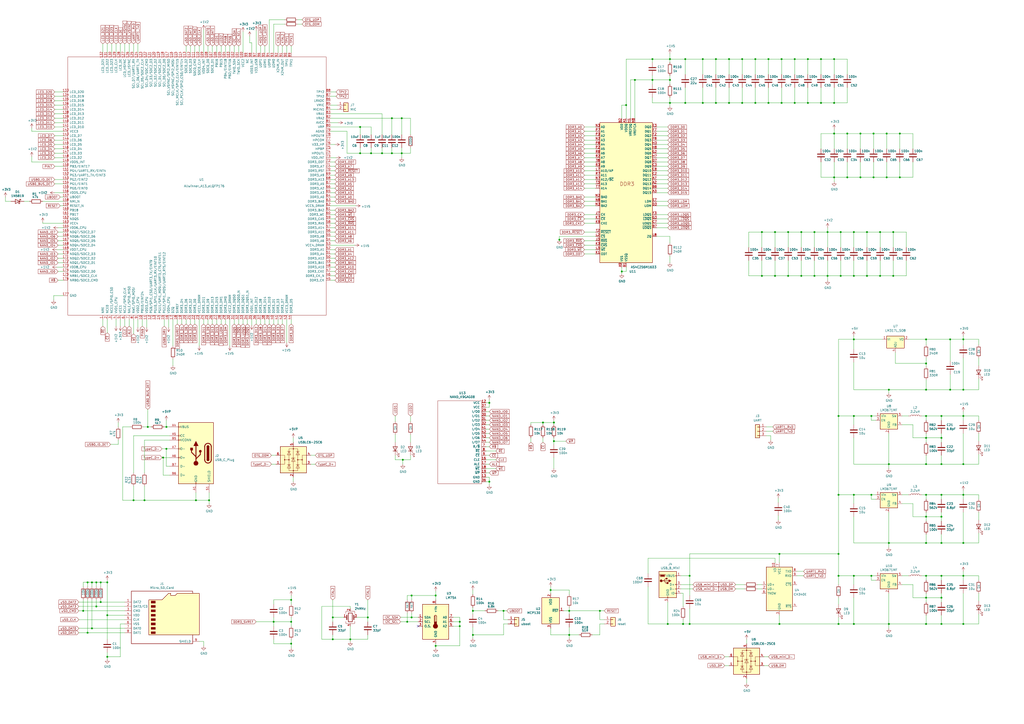
<source format=kicad_sch>
(kicad_sch (version 20211123) (generator eeschema)
  (paper "A2")
  (junction (at 510.54 134.62))
  (junction (at 457.2 134.62))
  (junction (at 472.44 160.02))
  (junction (at 415.29 59.69))
  (junction (at 518.16 134.62))
  (junction (at 113.665 290.195))
  (junction (at 546.1 314.96))
  (junction (at 499.11 102.87))
  (junction (at 168.91 360.68))
  (junction (at 486.41 321.31))
  (junction (at 449.58 134.62))
  (junction (at 515.62 361.95))
  (junction (at 193.04 358.14))
  (junction (at 537.21 299.72))
  (junction (at 62.23 356.87))
  (junction (at 233.045 88.9))
  (junction (at 274.32 354.33))
  (junction (at 537.21 314.96))
  (junction (at 558.8 241.3))
  (junction (at 502.92 160.02))
  (junction (at 537.21 361.95))
  (junction (at 330.2 354.33))
  (junction (at 330.2 368.3))
  (junction (at 546.1 269.24))
  (junction (at 480.06 160.02))
  (junction (at 121.285 290.195))
  (junction (at 558.8 196.85))
  (junction (at 472.44 134.62))
  (junction (at 415.29 34.29))
  (junction (at 495.3 287.02))
  (junction (at 400.05 361.95))
  (junction (at 96.52 247.65))
  (junction (at 546.1 334.01))
  (junction (at 487.68 134.62))
  (junction (at 518.16 160.02))
  (junction (at 506.73 102.87))
  (junction (at 55.88 337.82))
  (junction (at 53.34 364.49))
  (junction (at 252.73 374.65))
  (junction (at 457.2 160.02))
  (junction (at 449.58 160.02))
  (junction (at 495.3 160.02))
  (junction (at 94.615 265.43))
  (junction (at 397.51 59.69))
  (junction (at 292.1 354.33))
  (junction (at 422.91 34.29))
  (junction (at 487.68 160.02))
  (junction (at 407.67 59.69))
  (junction (at 546.1 287.02))
  (junction (at 422.91 59.69))
  (junction (at 396.24 361.95))
  (junction (at 227.33 68.58))
  (junction (at 483.87 102.87))
  (junction (at 515.62 226.06))
  (junction (at 283.845 279.4))
  (junction (at 83.82 290.195))
  (junction (at 551.18 226.06))
  (junction (at 438.15 59.69))
  (junction (at 430.53 34.29))
  (junction (at 461.01 59.69))
  (junction (at 480.06 134.62))
  (junction (at 558.8 361.95))
  (junction (at 476.25 34.29))
  (junction (at 537.21 346.71))
  (junction (at 215.265 88.9))
  (junction (at 537.21 196.85))
  (junction (at 168.91 373.38))
  (junction (at 495.3 196.85))
  (junction (at 505.46 334.01))
  (junction (at 48.26 354.33))
  (junction (at 53.34 337.82))
  (junction (at 510.54 160.02))
  (junction (at 397.51 34.29))
  (junction (at 495.3 134.62))
  (junction (at 495.3 334.01))
  (junction (at 400.05 334.01))
  (junction (at 483.87 77.47))
  (junction (at 558.8 287.02))
  (junction (at 514.35 102.87))
  (junction (at 208.915 73.66))
  (junction (at 506.73 77.47))
  (junction (at 193.04 370.84))
  (junction (at 483.87 59.69))
  (junction (at 387.35 361.95))
  (junction (at 168.91 347.98))
  (junction (at 388.62 59.69))
  (junction (at 445.77 59.69))
  (junction (at 319.405 342.265))
  (junction (at 558.8 314.96))
  (junction (at 227.33 88.9))
  (junction (at 537.21 254))
  (junction (at 486.41 287.02))
  (junction (at 441.96 160.02))
  (junction (at 514.35 77.47))
  (junction (at 453.39 59.69))
  (junction (at 505.46 287.02))
  (junction (at 476.25 59.69))
  (junction (at 208.915 88.9))
  (junction (at 546.1 241.3))
  (junction (at 521.97 102.87))
  (junction (at 521.97 77.47))
  (junction (at 441.96 134.62))
  (junction (at 360.68 157.48))
  (junction (at 238.76 345.44))
  (junction (at 238.76 358.14))
  (junction (at 274.32 368.3))
  (junction (at 499.11 77.47))
  (junction (at 546.1 346.71))
  (junction (at 62.23 337.82))
  (junction (at 546.1 254))
  (junction (at 486.41 334.01))
  (junction (at 96.52 260.35))
  (junction (at 55.88 351.79))
  (junction (at 58.42 337.82))
  (junction (at 283.845 233.68))
  (junction (at 537.21 210.82))
  (junction (at 461.01 34.29))
  (junction (at 546.1 299.72))
  (junction (at 266.7 360.68))
  (junction (at 452.12 361.95))
  (junction (at 445.77 34.29))
  (junction (at 50.8 367.03))
  (junction (at 430.53 59.69))
  (junction (at 537.21 269.24))
  (junction (at 363.22 60.96))
  (junction (at 486.41 241.3))
  (junction (at 233.045 68.58))
  (junction (at 407.67 34.29))
  (junction (at 221.615 88.9))
  (junction (at 483.87 34.29))
  (junction (at 77.47 290.195))
  (junction (at 438.15 34.29))
  (junction (at 453.39 34.29))
  (junction (at 347.98 354.33))
  (junction (at 452.12 321.31))
  (junction (at 468.63 59.69))
  (junction (at 515.62 269.24))
  (junction (at 537.21 226.06))
  (junction (at 378.46 34.29))
  (junction (at 324.485 139.065))
  (junction (at 388.62 46.355))
  (junction (at 537.21 287.02))
  (junction (at 537.21 241.3))
  (junction (at 551.18 196.85))
  (junction (at 252.73 345.44))
  (junction (at 236.22 360.68))
  (junction (at 266.7 363.22))
  (junction (at 62.23 381))
  (junction (at 464.82 134.62))
  (junction (at 321.31 255.905))
  (junction (at 158.75 360.68))
  (junction (at 368.3 46.355))
  (junction (at 378.46 46.355))
  (junction (at 233.68 266.7))
  (junction (at 388.62 34.29))
  (junction (at 314.96 245.11))
  (junction (at 464.82 160.02))
  (junction (at 558.8 334.01))
  (junction (at 85.725 247.65))
  (junction (at 491.49 102.87))
  (junction (at 502.92 134.62))
  (junction (at 558.8 269.24))
  (junction (at 537.21 334.01))
  (junction (at 495.3 241.3))
  (junction (at 468.63 34.29))
  (junction (at 203.2 370.84))
  (junction (at 321.31 245.11))
  (junction (at 213.36 358.14))
  (junction (at 58.42 349.25))
  (junction (at 558.8 226.06))
  (junction (at 515.62 314.96))
  (junction (at 486.41 361.95))
  (junction (at 50.8 337.82))
  (junction (at 505.46 241.3))
  (junction (at 546.1 361.95))
  (junction (at 491.49 77.47))
  (junction (at 495.3 361.95))
  (no_connect (at 242.57 363.22))
  (wire (pts (xy 170.18 276.86) (xy 170.18 279.4)))
  (wire (pts (xy 31.115 171.45) (xy 31.115 173.99)))
  (wire (pts (xy 567.69 263.525) (xy 567.69 269.24)))
  (wire (pts (xy 546.1 346.71) (xy 546.1 344.17)))
  (wire (pts (xy 388.62 152.4) (xy 388.62 148.59)))
  (wire (pts (xy 495.3 241.3) (xy 486.41 241.3)))
  (wire (pts (xy 381 129.54) (xy 387.35 129.54)))
  (wire (pts (xy 36.83 76.2) (xy 18.415 76.2)))
  (wire (pts (xy 388.62 59.69) (xy 378.46 59.69)))
  (wire (pts (xy 233.045 85.725) (xy 233.045 88.9)))
  (wire (pts (xy 521.97 102.87) (xy 529.59 102.87)))
  (wire (pts (xy 420.37 381) (xy 422.91 381)))
  (wire (pts (xy 495.3 334.01) (xy 495.3 339.09)))
  (wire (pts (xy 232.41 360.68) (xy 236.22 360.68)))
  (wire (pts (xy 567.69 334.01) (xy 567.69 336.55)))
  (wire (pts (xy 161.29 187.96) (xy 161.29 185.42)))
  (wire (pts (xy 146.05 188.595) (xy 146.05 185.42)))
  (wire (pts (xy 283.845 274.32) (xy 281.94 274.32)))
  (wire (pts (xy 363.22 157.48) (xy 363.22 154.94)))
  (wire (pts (xy 381 132.08) (xy 387.35 132.08)))
  (wire (pts (xy 215.265 73.66) (xy 208.915 73.66)))
  (wire (pts (xy 194.31 162.56) (xy 191.77 162.56)))
  (wire (pts (xy 113.03 187.96) (xy 113.03 185.42)))
  (wire (pts (xy 461.01 50.8) (xy 461.01 59.69)))
  (wire (pts (xy 546.1 264.16) (xy 546.1 269.24)))
  (wire (pts (xy 321.31 265.43) (xy 321.31 271.78)))
  (wire (pts (xy 85.725 247.65) (xy 87.63 247.65)))
  (wire (pts (xy 115.57 30.48) (xy 115.57 26.67)))
  (wire (pts (xy 487.68 160.02) (xy 487.68 151.13)))
  (wire (pts (xy 118.11 372.11) (xy 115.57 372.11)))
  (wire (pts (xy 107.95 30.48) (xy 107.95 26.67)))
  (wire (pts (xy 31.75 58.42) (xy 36.83 58.42)))
  (wire (pts (xy 486.41 334.01) (xy 486.41 321.31)))
  (wire (pts (xy 242.57 358.14) (xy 238.76 358.14)))
  (wire (pts (xy 400.05 334.01) (xy 400.05 321.31)))
  (wire (pts (xy 330.2 354.33) (xy 330.2 356.235)))
  (wire (pts (xy 339.09 88.9) (xy 345.44 88.9)))
  (wire (pts (xy 487.68 134.62) (xy 495.3 134.62)))
  (wire (pts (xy 191.77 104.14) (xy 194.31 104.14)))
  (wire (pts (xy 464.82 134.62) (xy 472.44 134.62)))
  (wire (pts (xy 508 289.56) (xy 505.46 289.56)))
  (wire (pts (xy 430.53 34.29) (xy 438.15 34.29)))
  (wire (pts (xy 36.83 71.12) (xy 31.75 71.12)))
  (wire (pts (xy 381 116.84) (xy 387.35 116.84)))
  (wire (pts (xy 215.265 88.9) (xy 221.615 88.9)))
  (wire (pts (xy 381 78.74) (xy 387.35 78.74)))
  (wire (pts (xy 113.03 30.48) (xy 113.03 26.67)))
  (wire (pts (xy 227.33 78.105) (xy 227.33 68.58)))
  (wire (pts (xy 546.1 243.84) (xy 546.1 241.3)))
  (wire (pts (xy 515.62 269.24) (xy 537.21 269.24)))
  (wire (pts (xy 50.8 367.03) (xy 45.72 367.03)))
  (wire (pts (xy 510.54 151.13) (xy 510.54 160.02)))
  (wire (pts (xy 476.25 77.47) (xy 476.25 86.36)))
  (wire (pts (xy 31.75 63.5) (xy 36.83 63.5)))
  (wire (pts (xy 36.83 106.68) (xy 31.75 106.68)))
  (wire (pts (xy 105.41 187.96) (xy 105.41 185.42)))
  (wire (pts (xy 283.845 251.46) (xy 281.94 251.46)))
  (wire (pts (xy 168.91 350.52) (xy 168.91 347.98)))
  (wire (pts (xy 170.18 254) (xy 170.18 256.54)))
  (wire (pts (xy 339.09 101.6) (xy 345.44 101.6)))
  (wire (pts (xy 433.07 370.84) (xy 433.07 373.38)))
  (wire (pts (xy 495.3 361.95) (xy 515.62 361.95)))
  (wire (pts (xy 537.21 243.84) (xy 537.21 241.3)))
  (wire (pts (xy 229.235 266.7) (xy 233.68 266.7)))
  (wire (pts (xy 476.25 102.87) (xy 483.87 102.87)))
  (wire (pts (xy 71.12 247.65) (xy 71.12 290.195)))
  (wire (pts (xy 252.73 374.65) (xy 266.7 374.65)))
  (wire (pts (xy 363.22 60.96) (xy 363.22 68.58)))
  (wire (pts (xy 118.11 374.65) (xy 118.11 372.11)))
  (wire (pts (xy 133.35 26.67) (xy 133.35 30.48)))
  (wire (pts (xy 529.59 339.09) (xy 523.24 339.09)))
  (wire (pts (xy 388.62 59.69) (xy 397.51 59.69)))
  (wire (pts (xy 537.21 314.96) (xy 537.21 309.88)))
  (wire (pts (xy 113.665 290.195) (xy 83.82 290.195)))
  (wire (pts (xy 18.415 93.98) (xy 18.415 90.805)))
  (wire (pts (xy 203.2 372.11) (xy 203.2 370.84)))
  (wire (pts (xy 55.88 351.79) (xy 55.88 347.98)))
  (wire (pts (xy 407.67 34.29) (xy 415.29 34.29)))
  (wire (pts (xy 347.98 354.33) (xy 347.98 359.41)))
  (wire (pts (xy 476.25 93.98) (xy 476.25 102.87)))
  (wire (pts (xy 476.25 77.47) (xy 483.87 77.47)))
  (wire (pts (xy 194.31 116.84) (xy 191.77 116.84)))
  (wire (pts (xy 499.11 102.87) (xy 506.73 102.87)))
  (wire (pts (xy 85.725 237.49) (xy 85.725 247.65)))
  (wire (pts (xy 321.31 245.11) (xy 321.31 243.84)))
  (wire (pts (xy 266.7 363.22) (xy 266.7 360.68)))
  (wire (pts (xy 335.915 368.3) (xy 330.2 368.3)))
  (wire (pts (xy 53.34 364.49) (xy 45.72 364.49)))
  (wire (pts (xy 194.31 154.94) (xy 191.77 154.94)))
  (wire (pts (xy 151.13 30.48) (xy 151.13 26.67)))
  (wire (pts (xy 98.425 252.73) (xy 77.47 252.73)))
  (wire (pts (xy 445.77 59.69) (xy 453.39 59.69)))
  (wire (pts (xy 546.1 254) (xy 546.1 251.46)))
  (wire (pts (xy 339.09 86.36) (xy 345.44 86.36)))
  (wire (pts (xy 36.83 81.28) (xy 31.75 81.28)))
  (wire (pts (xy 525.78 151.13) (xy 525.78 160.02)))
  (wire (pts (xy 495.3 287.02) (xy 495.3 292.1)))
  (wire (pts (xy 238.76 358.14) (xy 232.41 358.14)))
  (wire (pts (xy 194.31 106.68) (xy 191.77 106.68)))
  (wire (pts (xy 72.39 364.49) (xy 53.34 364.49)))
  (wire (pts (xy 388.62 46.355) (xy 388.62 48.895)))
  (wire (pts (xy 515.62 226.06) (xy 537.21 226.06)))
  (wire (pts (xy 140.97 18.415) (xy 140.97 30.48)))
  (wire (pts (xy 199.39 358.14) (xy 193.04 358.14)))
  (wire (pts (xy 72.39 359.41) (xy 45.72 359.41)))
  (wire (pts (xy 363.22 60.96) (xy 363.22 34.29)))
  (wire (pts (xy 445.77 34.29) (xy 453.39 34.29)))
  (wire (pts (xy 510.54 134.62) (xy 510.54 143.51)))
  (wire (pts (xy 36.83 55.88) (xy 31.75 55.88)))
  (wire (pts (xy 94.615 265.43) (xy 93.98 265.43)))
  (wire (pts (xy 186.69 351.79) (xy 186.69 370.84)))
  (wire (pts (xy 6.35 116.84) (xy 3.175 116.84)))
  (wire (pts (xy 191.77 68.58) (xy 227.33 68.58)))
  (wire (pts (xy 158.75 360.68) (xy 148.59 360.68)))
  (wire (pts (xy 537.21 287.02) (xy 546.1 287.02)))
  (wire (pts (xy 360.68 158.75) (xy 360.68 157.48)))
  (wire (pts (xy 381 83.82) (xy 387.35 83.82)))
  (wire (pts (xy 339.09 124.46) (xy 345.44 124.46)))
  (wire (pts (xy 537.21 254) (xy 529.59 254)))
  (wire (pts (xy 400.05 321.31) (xy 452.12 321.31)))
  (wire (pts (xy 558.8 269.24) (xy 558.8 251.46)))
  (wire (pts (xy 483.87 77.47) (xy 483.87 86.36)))
  (wire (pts (xy 502.92 160.02) (xy 510.54 160.02)))
  (wire (pts (xy 434.34 134.62) (xy 434.34 143.51)))
  (wire (pts (xy 558.8 287.02) (xy 558.8 289.56)))
  (wire (pts (xy 476.25 59.69) (xy 483.87 59.69)))
  (wire (pts (xy 120.65 30.48) (xy 120.65 26.67)))
  (wire (pts (xy 546.1 287.02) (xy 558.8 287.02)))
  (wire (pts (xy 537.21 299.72) (xy 546.1 299.72)))
  (wire (pts (xy 347.98 354.33) (xy 330.2 354.33)))
  (wire (pts (xy 445.77 34.29) (xy 445.77 43.18)))
  (wire (pts (xy 274.32 368.3) (xy 274.32 363.855)))
  (wire (pts (xy 36.83 66.04) (xy 31.75 66.04)))
  (wire (pts (xy 452.12 321.31) (xy 452.12 326.39)))
  (wire (pts (xy 515.62 364.49) (xy 515.62 361.95)))
  (wire (pts (xy 449.58 134.62) (xy 457.2 134.62)))
  (wire (pts (xy 433.07 393.7) (xy 433.07 396.24)))
  (wire (pts (xy 483.87 74.93) (xy 483.87 77.47)))
  (wire (pts (xy 319.405 340.36) (xy 319.405 342.265)))
  (wire (pts (xy 53.34 340.36) (xy 53.34 337.82)))
  (wire (pts (xy 527.05 196.85) (xy 537.21 196.85)))
  (wire (pts (xy 62.23 193.04) (xy 62.23 185.42)))
  (wire (pts (xy 281.94 236.22) (xy 283.845 236.22)))
  (wire (pts (xy 567.69 255.905) (xy 567.69 251.46)))
  (wire (pts (xy 281.94 279.4) (xy 283.845 279.4)))
  (wire (pts (xy 381 124.46) (xy 387.35 124.46)))
  (wire (pts (xy 233.68 266.7) (xy 238.125 266.7)))
  (wire (pts (xy 537.21 241.3) (xy 546.1 241.3)))
  (wire (pts (xy 350.52 361.95) (xy 347.98 361.95)))
  (wire (pts (xy 203.2 370.84) (xy 203.2 363.22)))
  (wire (pts (xy 36.83 60.96) (xy 31.75 60.96)))
  (wire (pts (xy 491.49 77.47) (xy 483.87 77.47)))
  (wire (pts (xy 36.83 134.62) (xy 33.655 134.62)))
  (wire (pts (xy 233.045 78.105) (xy 233.045 68.58)))
  (wire (pts (xy 558.8 334.01) (xy 558.8 336.55)))
  (wire (pts (xy 163.83 187.96) (xy 163.83 185.42)))
  (wire (pts (xy 203.2 353.06) (xy 203.2 351.79)))
  (wire (pts (xy 194.945 91.44) (xy 191.77 91.44)))
  (wire (pts (xy 50.8 340.36) (xy 50.8 337.82)))
  (wire (pts (xy 194.31 101.6) (xy 191.77 101.6)))
  (wire (pts (xy 438.15 34.29) (xy 438.15 43.18)))
  (wire (pts (xy 558.8 334.01) (xy 558.8 331.47)))
  (wire (pts (xy 307.975 256.54) (xy 307.975 254)))
  (wire (pts (xy 274.32 370.205) (xy 274.32 368.3)))
  (wire (pts (xy 53.34 337.82) (xy 55.88 337.82)))
  (wire (pts (xy 191.77 109.22) (xy 194.31 109.22)))
  (wire (pts (xy 50.8 337.82) (xy 53.34 337.82)))
  (wire (pts (xy 33.655 157.48) (xy 36.83 157.48)))
  (wire (pts (xy 387.35 361.95) (xy 396.24 361.95)))
  (wire (pts (xy 515.62 361.95) (xy 537.21 361.95)))
  (wire (pts (xy 208.915 73.66) (xy 191.77 73.66)))
  (wire (pts (xy 238.125 68.58) (xy 238.125 78.105)))
  (wire (pts (xy 519.43 210.82) (xy 519.43 204.47)))
  (wire (pts (xy 350.52 354.33) (xy 347.98 354.33)))
  (wire (pts (xy 381 101.6) (xy 387.35 101.6)))
  (wire (pts (xy 80.01 30.48) (xy 80.01 25.4)))
  (wire (pts (xy 510.54 160.02) (xy 518.16 160.02)))
  (wire (pts (xy 221.615 78.105) (xy 221.615 66.04)))
  (wire (pts (xy 283.845 276.86) (xy 281.94 276.86)))
  (wire (pts (xy 368.3 68.58) (xy 368.3 46.355)))
  (wire (pts (xy 36.83 129.54) (xy 24.765 129.54)))
  (wire (pts (xy 107.95 187.96) (xy 107.95 185.42)))
  (wire (pts (xy 158.75 373.38) (xy 158.75 370.84)))
  (wire (pts (xy 537.21 346.71) (xy 537.21 344.17)))
  (wire (pts (xy 208.915 78.105) (xy 208.915 73.66)))
  (wire (pts (xy 521.97 77.47) (xy 514.35 77.47)))
  (wire (pts (xy 505.46 334.01) (xy 495.3 334.01)))
  (wire (pts (xy 546.1 299.72) (xy 546.1 297.18)))
  (wire (pts (xy 508 336.55) (xy 505.46 336.55)))
  (wire (pts (xy 24.765 129.54) (xy 24.765 128.905)))
  (wire (pts (xy 515.62 251.46) (xy 515.62 269.24)))
  (wire (pts (xy 546.1 336.55) (xy 546.1 334.01)))
  (wire (pts (xy 110.49 30.48) (xy 110.49 26.67)))
  (wire (pts (xy 36.83 116.84) (xy 24.765 116.84)))
  (wire (pts (xy 94.615 275.59) (xy 94.615 265.43)))
  (wire (pts (xy 330.2 368.3) (xy 330.2 370.205)))
  (wire (pts (xy 166.37 30.48) (xy 166.37 26.67)))
  (wire (pts (xy 491.49 102.87) (xy 499.11 102.87)))
  (wire (pts (xy 77.47 30.48) (xy 77.47 25.4)))
  (wire (pts (xy 434.34 134.62) (xy 441.96 134.62)))
  (wire (pts (xy 537.21 302.26) (xy 537.21 299.72)))
  (wire (pts (xy 82.55 189.23) (xy 82.55 185.42)))
  (wire (pts (xy 194.31 149.86) (xy 191.77 149.86)))
  (wire (pts (xy 69.85 189.23) (xy 69.85 185.42)))
  (wire (pts (xy 77.47 193.675) (xy 77.47 185.42)))
  (wire (pts (xy 546.1 269.24) (xy 558.8 269.24)))
  (wire (pts (xy 287.655 266.7) (xy 281.94 266.7)))
  (wire (pts (xy 339.09 81.28) (xy 345.44 81.28)))
  (wire (pts (xy 360.68 68.58) (xy 360.68 60.96)))
  (wire (pts (xy 36.83 86.36) (xy 31.75 86.36)))
  (wire (pts (xy 36.83 171.45) (xy 31.115 171.45)))
  (wire (pts (xy 546.1 289.56) (xy 546.1 287.02)))
  (wire (pts (xy 546.1 334.01) (xy 558.8 334.01)))
  (wire (pts (xy 558.8 196.85) (xy 558.8 194.945)))
  (wire (pts (xy 400.05 361.95) (xy 452.12 361.95)))
  (wire (pts (xy 495.3 287.02) (xy 486.41 287.02)))
  (wire (pts (xy 266.7 360.68) (xy 266.7 358.14)))
  (wire (pts (xy 186.69 370.84) (xy 193.04 370.84)))
  (wire (pts (xy 495.3 196.85) (xy 495.3 194.945)))
  (wire (pts (xy 123.19 30.48) (xy 123.19 26.67)))
  (wire (pts (xy 194.31 127) (xy 191.77 127)))
  (wire (pts (xy 451.485 291.465) (xy 451.485 288.925)))
  (wire (pts (xy 125.73 187.96) (xy 125.73 185.42)))
  (wire (pts (xy 194.31 124.46) (xy 191.77 124.46)))
  (wire (pts (xy 339.09 78.74) (xy 345.44 78.74)))
  (wire (pts (xy 387.35 361.95) (xy 387.35 349.25)))
  (wire (pts (xy 453.39 59.69) (xy 453.39 50.8)))
  (wire (pts (xy 515.62 271.78) (xy 515.62 269.24)))
  (wire (pts (xy 18.415 76.2) (xy 18.415 74.295)))
  (wire (pts (xy 397.51 34.29) (xy 407.67 34.29)))
  (wire (pts (xy 360.68 60.96) (xy 363.22 60.96)))
  (wire (pts (xy 480.06 160.02) (xy 487.68 160.02)))
  (wire (pts (xy 69.85 381) (xy 69.85 361.95)))
  (wire (pts (xy 172.72 13.97) (xy 175.26 13.97)))
  (wire (pts (xy 537.21 299.72) (xy 529.59 299.72)))
  (wire (pts (xy 537.21 226.06) (xy 551.18 226.06)))
  (wire (pts (xy 74.93 30.48) (xy 74.93 25.4)))
  (wire (pts (xy 213.36 358.14) (xy 213.36 360.68)))
  (wire (pts (xy 537.21 256.54) (xy 537.21 254)))
  (wire (pts (xy 31.75 104.14) (xy 36.83 104.14)))
  (wire (pts (xy 397.51 34.29) (xy 388.62 34.29)))
  (wire (pts (xy 483.87 102.87) (xy 483.87 93.98)))
  (wire (pts (xy 505.46 287.02) (xy 495.3 287.02)))
  (wire (pts (xy 180.34 264.16) (xy 182.88 264.16)))
  (wire (pts (xy 510.54 134.62) (xy 518.16 134.62)))
  (wire (pts (xy 449.58 134.62) (xy 449.58 143.51)))
  (wire (pts (xy 36.83 154.94) (xy 33.02 154.94)))
  (wire (pts (xy 441.96 134.62) (xy 449.58 134.62)))
  (wire (pts (xy 483.87 102.87) (xy 483.87 105.41)))
  (wire (pts (xy 529.59 254) (xy 529.59 246.38)))
  (wire (pts (xy 546.1 314.96) (xy 558.8 314.96)))
  (wire (pts (xy 444.5 250.19) (xy 448.31 250.19)))
  (wire (pts (xy 281.94 233.68) (xy 283.845 233.68)))
  (wire (pts (xy 558.8 226.06) (xy 558.8 207.645)))
  (wire (pts (xy 546.1 346.71) (xy 546.1 349.25)))
  (wire (pts (xy 205.74 142.24) (xy 191.77 142.24)))
  (wire (pts (xy 397.51 34.29) (xy 397.51 43.18)))
  (wire (pts (xy 83.82 255.27) (xy 83.82 274.32)))
  (wire (pts (xy 506.73 77.47) (xy 499.11 77.47)))
  (wire (pts (xy 567.69 196.85) (xy 567.69 200.025)))
  (wire (pts (xy 113.665 285.75) (xy 113.665 290.195)))
  (wire (pts (xy 343.535 368.3) (xy 347.98 368.3)))
  (wire (pts (xy 36.83 147.32) (xy 33.655 147.32)))
  (wire (pts (xy 194.31 121.92) (xy 191.77 121.92)))
  (wire (pts (xy 449.58 151.13) (xy 449.58 160.02)))
  (wire (pts (xy 48.26 354.33) (xy 48.26 347.98)))
  (wire (pts (xy 420.37 386.08) (xy 422.91 386.08)))
  (wire (pts (xy 274.32 344.805) (xy 274.32 342.265)))
  (wire (pts (xy 472.44 160.02) (xy 480.06 160.02)))
  (wire (pts (xy 213.36 358.14) (xy 213.36 347.98)))
  (wire (pts (xy 558.8 287.02) (xy 558.8 284.48)))
  (wire (pts (xy 36.83 139.7) (xy 33.655 139.7)))
  (wire (pts (xy 537.21 210.82) (xy 537.21 207.645)))
  (wire (pts (xy 36.83 96.52) (xy 31.75 96.52)))
  (wire (pts (xy 36.83 68.58) (xy 31.75 68.58)))
  (wire (pts (xy 33.655 162.56) (xy 36.83 162.56)))
  (wire (pts (xy 283.845 241.3) (xy 281.94 241.3)))
  (wire (pts (xy 495.3 269.24) (xy 515.62 269.24)))
  (wire (pts (xy 194.31 132.08) (xy 191.77 132.08)))
  (wire (pts (xy 506.73 102.87) (xy 514.35 102.87)))
  (wire (pts (xy 375.92 340.36) (xy 375.92 361.95)))
  (wire (pts (xy 72.39 354.33) (xy 48.26 354.33)))
  (wire (pts (xy 252.73 374.65) (xy 252.73 373.38)))
  (wire (pts (xy 529.59 77.47) (xy 521.97 77.47)))
  (wire (pts (xy 495.3 241.3) (xy 495.3 246.38)))
  (wire (pts (xy 294.005 354.33) (xy 292.1 354.33)))
  (wire (pts (xy 558.8 196.85) (xy 558.8 200.025)))
  (wire (pts (xy 396.24 361.95) (xy 400.05 361.95)))
  (wire (pts (xy 59.69 189.23) (xy 59.69 185.42)))
  (wire (pts (xy 36.83 111.76) (xy 31.75 111.76)))
  (wire (pts (xy 17.145 116.84) (xy 13.97 116.84)))
  (wire (pts (xy 527.05 334.01) (xy 523.24 334.01)))
  (wire (pts (xy 551.18 217.17) (xy 551.18 226.06)))
  (wire (pts (xy 457.2 160.02) (xy 464.82 160.02)))
  (wire (pts (xy 567.69 241.3) (xy 567.69 243.84)))
  (wire (pts (xy 45.72 351.79) (xy 55.88 351.79)))
  (wire (pts (xy 193.04 358.14) (xy 193.04 360.68)))
  (wire (pts (xy 168.91 347.98) (xy 168.91 345.44)))
  (wire (pts (xy 438.15 34.29) (xy 445.77 34.29)))
  (wire (pts (xy 491.49 34.29) (xy 483.87 34.29)))
  (wire (pts (xy 486.41 350.52) (xy 486.41 346.71)))
  (wire (pts (xy 441.96 134.62) (xy 441.96 143.51)))
  (wire (pts (xy 221.615 85.725) (xy 221.615 88.9)))
  (wire (pts (xy 495.3 299.72) (xy 495.3 314.96)))
  (wire (pts (xy 59.69 30.48) (xy 59.69 25.4)))
  (wire (pts (xy 168.91 373.38) (xy 158.75 373.38)))
  (wire (pts (xy 319.405 368.3) (xy 319.405 364.49)))
  (wire (pts (xy 157.48 264.16) (xy 160.02 264.16)))
  (wire (pts (xy 314.96 245.11) (xy 307.975 245.11)))
  (wire (pts (xy 537.21 334.01) (xy 534.67 334.01)))
  (wire (pts (xy 476.25 50.8) (xy 476.25 59.69)))
  (wire (pts (xy 130.81 26.67) (xy 130.81 30.48)))
  (wire (pts (xy 518.16 134.62) (xy 518.16 143.51)))
  (wire (pts (xy 238.76 345.44) (xy 236.22 345.44)))
  (wire (pts (xy 461.01 34.29) (xy 461.01 43.18)))
  (wire (pts (xy 426.72 339.09) (xy 431.8 339.09)))
  (wire (pts (xy 499.11 93.98) (xy 499.11 102.87)))
  (wire (pts (xy 67.31 189.23) (xy 67.31 185.42)))
  (wire (pts (xy 495.3 254) (xy 495.3 269.24)))
  (wire (pts (xy 508 243.84) (xy 505.46 243.84)))
  (wire (pts (xy 495.3 210.185) (xy 495.3 226.06)))
  (wire (pts (xy 238.125 256.54) (xy 238.125 252.095)))
  (wire (pts (xy 438.15 59.69) (xy 445.77 59.69)))
  (wire (pts (xy 339.09 76.2) (xy 345.44 76.2)))
  (wire (pts (xy 194.31 83.82) (xy 191.77 83.82)))
  (wire (pts (xy 98.425 270.51) (xy 96.52 270.51)))
  (wire (pts (xy 292.1 354.33) (xy 292.1 359.41)))
  (wire (pts (xy 233.045 91.44) (xy 233.045 88.9)))
  (wire (pts (xy 36.83 132.08) (xy 33.655 132.08)))
  (wire (pts (xy 229.235 244.475) (xy 229.235 241.3)))
  (wire (pts (xy 215.265 78.105) (xy 215.265 73.66)))
  (wire (pts (xy 487.68 134.62) (xy 487.68 143.51)))
  (wire (pts (xy 486.41 241.3) (xy 486.41 196.85)))
  (wire (pts (xy 558.8 334.01) (xy 567.69 334.01)))
  (wire (pts (xy 287.655 271.78) (xy 281.94 271.78)))
  (wire (pts (xy 213.36 370.84) (xy 213.36 368.3)))
  (wire (pts (xy 98.425 255.27) (xy 83.82 255.27)))
  (wire (pts (xy 558.8 241.3) (xy 558.8 243.84)))
  (wire (pts (xy 480.06 132.08) (xy 480.06 134.62)))
  (wire (pts (xy 62.23 25.4) (xy 62.23 30.48)))
  (wire (pts (xy 515.62 314.96) (xy 537.21 314.96)))
  (wire (pts (xy 360.68 157.48) (xy 360.68 154.94)))
  (wire (pts (xy 281.94 238.76) (xy 283.845 238.76)))
  (wire (pts (xy 453.39 34.29) (xy 453.39 43.18)))
  (wire (pts (xy 546.1 299.72) (xy 546.1 302.26)))
  (wire (pts (xy 521.97 77.47) (xy 521.97 86.36)))
  (wire (pts (xy 537.21 346.71) (xy 529.59 346.71)))
  (wire (pts (xy 158.75 360.68) (xy 158.75 358.14)))
  (wire (pts (xy 98.425 247.65) (xy 96.52 247.65)))
  (wire (pts (xy 110.49 187.96) (xy 110.49 185.42)))
  (wire (pts (xy 546.1 361.95) (xy 558.8 361.95)))
  (wire (pts (xy 525.78 160.02) (xy 518.16 160.02)))
  (wire (pts (xy 203.2 351.79) (xy 186.69 351.79)))
  (wire (pts (xy 537.21 334.01) (xy 546.1 334.01)))
  (wire (pts (xy 135.89 30.48) (xy 135.89 26.67)))
  (wire (pts (xy 514.35 102.87) (xy 521.97 102.87)))
  (wire (pts (xy 98.425 260.35) (xy 96.52 260.35)))
  (wire (pts (xy 74.93 189.23) (xy 74.93 185.42)))
  (wire (pts (xy 381 127) (xy 387.35 127)))
  (wire (pts (xy 515.62 297.18) (xy 515.62 314.96)))
  (wire (pts (xy 62.23 381) (xy 69.85 381)))
  (wire (pts (xy 505.46 336.55) (xy 505.46 334.01)))
  (wire (pts (xy 168.91 360.68) (xy 168.91 363.22)))
  (wire (pts (xy 339.09 119.38) (xy 345.44 119.38)))
  (wire (pts (xy 515.62 344.17) (xy 515.62 361.95)))
  (wire (pts (xy 546.1 361.95) (xy 537.21 361.95)))
  (wire (pts (xy 546.1 254) (xy 546.1 256.54)))
  (wire (pts (xy 451.485 301.625) (xy 451.485 299.085)))
  (wire (pts (xy 339.09 104.14) (xy 345.44 104.14)))
  (wire (pts (xy 135.89 187.96) (xy 135.89 185.42)))
  (wire (pts (xy 146.05 30.48) (xy 146.05 24.765)))
  (wire (pts (xy 123.19 187.96) (xy 123.19 185.42)))
  (wire (pts (xy 221.615 66.04) (xy 191.77 66.04)))
  (wire (pts (xy 283.845 281.305) (xy 283.845 279.4)))
  (wire (pts (xy 491.49 59.69) (xy 483.87 59.69)))
  (wire (pts (xy 537.21 287.02) (xy 534.67 287.02)))
  (wire (pts (xy 378.46 46.355) (xy 378.46 43.815)))
  (wire (pts (xy 328.295 255.905) (xy 321.31 255.905)))
  (wire (pts (xy 118.11 187.96) (xy 118.11 185.42)))
  (wire (pts (xy 472.44 134.62) (xy 472.44 143.51)))
  (wire (pts (xy 339.09 96.52) (xy 345.44 96.52)))
  (wire (pts (xy 330.2 354.33) (xy 327.025 354.33)))
  (wire (pts (xy 515.62 227.965) (xy 515.62 226.06)))
  (wire (pts (xy 381 81.28) (xy 387.35 81.28)))
  (wire (pts (xy 381 111.76) (xy 387.35 111.76)))
  (wire (pts (xy 148.59 30.48) (xy 148.59 17.78)))
  (wire (pts (xy 486.41 361.95) (xy 495.3 361.95)))
  (wire (pts (xy 69.85 30.48) (xy 69.85 25.4)))
  (wire (pts (xy 495.3 134.62) (xy 502.92 134.62)))
  (wire (pts (xy 407.67 50.8) (xy 407.67 59.69)))
  (wire (pts (xy 491.49 102.87) (xy 483.87 102.87)))
  (wire (pts (xy 72.39 25.4) (xy 72.39 30.48)))
  (wire (pts (xy 55.88 340.36) (xy 55.88 337.82)))
  (wire (pts (xy 491.49 50.8) (xy 491.49 59.69)))
  (wire (pts (xy 514.35 77.47) (xy 506.73 77.47)))
  (wire (pts (xy 274.32 354.33) (xy 274.32 352.425)))
  (wire (pts (xy 194.31 139.7) (xy 191.77 139.7)))
  (wire (pts (xy 415.29 34.29) (xy 415.29 43.18)))
  (wire (pts (xy 62.23 356.87) (xy 62.23 337.82)))
  (wire (pts (xy 287.655 261.62) (xy 281.94 261.62)))
  (wire (pts (xy 434.34 160.02) (xy 441.96 160.02)))
  (wire (pts (xy 339.09 106.68) (xy 345.44 106.68)))
  (wire (pts (xy 321.31 255.905) (xy 321.31 254)))
  (wire (pts (xy 36.83 137.16) (xy 33.655 137.16)))
  (wire (pts (xy 166.37 198.755) (xy 166.37 185.42)))
  (wire (pts (xy 422.91 34.29) (xy 430.53 34.29)))
  (wire (pts (xy 48.26 340.36) (xy 48.26 337.82)))
  (wire (pts (xy 319.405 342.265) (xy 319.405 344.17)))
  (wire (pts (xy 499.11 77.47) (xy 491.49 77.47)))
  (wire (pts (xy 347.98 361.95) (xy 347.98 368.3)))
  (wire (pts (xy 407.67 34.29) (xy 407.67 43.18)))
  (wire (pts (xy 567.69 287.02) (xy 567.69 289.56)))
  (wire (pts (xy 339.09 93.98) (xy 345.44 93.98)))
  (wire (pts (xy 72.39 367.03) (xy 50.8 367.03)))
  (wire (pts (xy 227.33 68.58) (xy 233.045 68.58)))
  (wire (pts (xy 71.12 247.65) (xy 75.565 247.65)))
  (wire (pts (xy 238.76 358.14) (xy 238.76 355.6)))
  (wire (pts (xy 194.31 157.48) (xy 191.77 157.48)))
  (wire (pts (xy 491.49 43.18) (xy 491.49 34.29)))
  (wire (pts (xy 381 86.36) (xy 387.35 86.36)))
  (wire (pts (xy 394.97 334.01) (xy 400.05 334.01)))
  (wire (pts (xy 68.58 257.81) (xy 64.135 257.81)))
  (wire (pts (xy 229.235 256.54) (xy 229.235 252.095)))
  (wire (pts (xy 96.52 260.35) (xy 93.98 260.35)))
  (wire (pts (xy 201.295 88.9) (xy 201.295 76.2)))
  (wire (pts (xy 156.21 11.43) (xy 156.21 30.48)))
  (wire (pts (xy 339.09 127) (xy 345.44 127)))
  (wire (pts (xy 483.87 59.69) (xy 483.87 50.8)))
  (wire (pts (xy 394.97 339.09) (xy 401.955 339.09)))
  (wire (pts (xy 388.62 61.595) (xy 388.62 59.69)))
  (wire (pts (xy 227.33 85.725) (xy 227.33 88.9)))
  (wire (pts (xy 381 76.2) (xy 387.35 76.2)))
  (wire (pts (xy 191.77 114.3) (xy 194.31 114.3)))
  (wire (pts (xy 453.39 34.29) (xy 461.01 34.29)))
  (wire (pts (xy 172.72 11.43) (xy 175.26 11.43)))
  (wire (pts (xy 339.09 91.44) (xy 345.44 91.44)))
  (wire (pts (xy 100.33 185.42) (xy 100.33 200.66)))
  (wire (pts (xy 462.28 334.01) (xy 466.09 334.01)))
  (wire (pts (xy 148.59 187.96) (xy 148.59 185.42)))
  (wire (pts (xy 546.1 356.87) (xy 546.1 361.95)))
  (wire (pts (xy 339.09 129.54) (xy 345.44 129.54)))
  (wire (pts (xy 77.47 281.94) (xy 77.47 290.195)))
  (wire (pts (xy 281.94 259.08) (xy 283.845 259.08)))
  (wire (pts (xy 77.47 290.195) (xy 71.12 290.195)))
  (wire (pts (xy 514.35 77.47) (xy 514.35 86.36)))
  (wire (pts (xy 140.97 187.96) (xy 140.97 185.42)))
  (wire (pts (xy 121.285 292.1) (xy 121.285 290.195)))
  (wire (pts (xy 339.09 109.22) (xy 345.44 109.22)))
  (wire (pts (xy 238.125 266.7) (xy 238.125 264.16)))
  (wire (pts (xy 508 334.01) (xy 505.46 334.01)))
  (wire (pts (xy 388.62 140.97) (xy 388.62 137.16)))
  (wire (pts (xy 62.23 337.82) (xy 62.23 336.55)))
  (wire (pts (xy 138.43 187.96) (xy 138.43 185.42)))
  (wire (pts (xy 499.11 77.47) (xy 499.11 86.36)))
  (wire (pts (xy 194.31 111.76) (xy 191.77 111.76)))
  (wire (pts (xy 461.01 59.69) (xy 468.63 59.69)))
  (wire (pts (xy 281.305 354.33) (xy 274.32 354.33)))
  (wire (pts (xy 120.65 187.96) (xy 120.65 185.42)))
  (wire (pts (xy 400.05 353.06) (xy 400.05 361.95)))
  (wire (pts (xy 283.845 233.68) (xy 283.845 231.775)))
  (wire (pts (xy 208.915 85.725) (xy 208.915 88.9)))
  (wire (pts (xy 441.96 160.02) (xy 449.58 160.02)))
  (wire (pts (xy 430.53 50.8) (xy 430.53 59.69)))
  (wire (pts (xy 447.04 252.73) (xy 444.5 252.73)))
  (wire (pts (xy 537.21 269.24) (xy 537.21 264.16)))
  (wire (pts (xy 375.92 323.85) (xy 449.58 323.85)))
  (wire (pts (xy 208.915 88.9) (xy 201.295 88.9)))
  (wire (pts (xy 502.92 134.62) (xy 502.92 143.51)))
  (wire (pts (xy 146.05 24.765) (xy 144.78 24.765)))
  (wire (pts (xy 452.12 361.95) (xy 486.41 361.95)))
  (wire (pts (xy 339.09 114.3) (xy 345.44 114.3)))
  (wire (pts (xy 330.2 342.265) (xy 330.2 344.805)))
  (wire (pts (xy 158.75 13.97) (xy 158.75 30.48)))
  (wire (pts (xy 72.39 351.79) (xy 55.88 351.79)))
  (wire (pts (xy 378.46 46.355) (xy 368.3 46.355)))
  (wire (pts (xy 161.29 30.48) (xy 161.29 26.67)))
  (wire (pts (xy 558.8 269.24) (xy 567.69 269.24)))
  (wire (pts (xy 506.73 77.47) (xy 506.73 86.36)))
  (wire (pts (xy 3.175 116.84) (xy 3.175 114.3)))
  (wire (pts (xy 525.78 134.62) (xy 518.16 134.62)))
  (wire (pts (xy 468.63 50.8) (xy 468.63 59.69)))
  (wire (pts (xy 168.91 358.14) (xy 168.91 360.68)))
  (wire (pts (xy 58.42 349.25) (xy 58.42 347.98)))
  (wire (pts (xy 461.01 34.29) (xy 468.63 34.29)))
  (wire (pts (xy 407.67 59.69) (xy 415.29 59.69)))
  (wire (pts (xy 53.34 364.49) (xy 53.34 347.98)))
  (wire (pts (xy 537.21 336.55) (xy 537.21 334.01)))
  (wire (pts (xy 448.31 247.65) (xy 444.5 247.65)))
  (wire (pts (xy 537.21 241.3) (xy 534.67 241.3)))
  (wire (pts (xy 158.75 187.96) (xy 158.75 185.42)))
  (wire (pts (xy 133.35 200.66) (xy 133.35 185.42)))
  (wire (pts (xy 319.405 342.265) (xy 330.2 342.265)))
  (wire (pts (xy 480.06 134.62) (xy 480.06 143.51)))
  (wire (pts (xy 558.8 361.95) (xy 558.8 344.17)))
  (wire (pts (xy 415.29 34.29) (xy 422.91 34.29)))
  (wire (pts (xy 457.2 134.62) (xy 464.82 134.62)))
  (wire (pts (xy 388.62 59.69) (xy 388.62 56.515)))
  (wire (pts (xy 529.59 86.36) (xy 529.59 77.47)))
  (wire (pts (xy 388.62 46.355) (xy 378.46 46.355)))
  (wire (pts (xy 495.3 160.02) (xy 502.92 160.02)))
  (wire (pts (xy 330.2 363.855) (xy 330.2 368.3)))
  (wire (pts (xy 447.04 255.27) (xy 447.04 252.73)))
  (wire (pts (xy 476.25 34.29) (xy 476.25 43.18)))
  (wire (pts (xy 128.27 30.48) (xy 128.27 26.67)))
  (wire (pts (xy 283.845 236.22) (xy 283.845 233.68)))
  (wire (pts (xy 262.89 360.68) (xy 266.7 360.68)))
  (wire (pts (xy 483.87 34.29) (xy 483.87 43.18)))
  (wire (pts (xy 283.845 279.4) (xy 283.845 276.86)))
  (wire (pts (xy 551.18 196.85) (xy 558.8 196.85)))
  (wire (pts (xy 72.39 189.23) (xy 72.39 185.42)))
  (wire (pts (xy 163.83 30.48) (xy 163.83 26.67)))
  (wire (pts (xy 529.59 292.1) (xy 523.24 292.1)))
  (wire (pts (xy 252.73 345.44) (xy 238.76 345.44)))
  (wire (pts (xy 194.945 55.88) (xy 191.77 55.88)))
  (wire (pts (xy 457.2 134.62) (xy 457.2 143.51)))
  (wire (pts (xy 281.94 248.92) (xy 283.845 248.92)))
  (wire (pts (xy 537.21 254) (xy 546.1 254)))
  (wire (pts (xy 36.83 114.3) (xy 34.925 114.3)))
  (wire (pts (xy 505.46 241.3) (xy 495.3 241.3)))
  (wire (pts (xy 194.31 99.06) (xy 191.77 99.06)))
  (wire (pts (xy 321.31 257.81) (xy 321.31 255.905)))
  (wire (pts (xy 36.83 73.66) (xy 31.75 73.66)))
  (wire (pts (xy 36.83 93.98) (xy 18.415 93.98)))
  (wire (pts (xy 58.42 337.82) (xy 62.23 337.82)))
  (wire (pts (xy 68.58 247.65) (xy 68.58 245.11)))
  (wire (pts (xy 96.52 247.65) (xy 95.25 247.65)))
  (wire (pts (xy 546.1 309.88) (xy 546.1 314.96)))
  (wire (pts (xy 64.77 30.48) (xy 64.77 25.4)))
  (wire (pts (xy 48.26 354.33) (xy 45.72 354.33)))
  (wire (pts (xy 487.68 160.02) (xy 495.3 160.02)))
  (wire (pts (xy 252.73 347.98) (xy 252.73 345.44)))
  (wire (pts (xy 31.75 53.34) (xy 36.83 53.34)))
  (wire (pts (xy 472.44 134.62) (xy 480.06 134.62)))
  (wire (pts (xy 194.31 160.02) (xy 191.77 160.02)))
  (wire (pts (xy 339.09 116.84) (xy 345.44 116.84)))
  (wire (pts (xy 546.1 269.24) (xy 537.21 269.24)))
  (wire (pts (xy 158.75 363.22) (xy 158.75 360.68)))
  (wire (pts (xy 339.09 144.78) (xy 345.44 144.78)))
  (wire (pts (xy 85.09 189.865) (xy 85.09 185.42)))
  (wire (pts (xy 151.13 187.96) (xy 151.13 185.42)))
  (wire (pts (xy 233.045 68.58) (xy 238.125 68.58)))
  (wire (pts (xy 388.62 34.29) (xy 378.46 34.29)))
  (wire (pts (xy 153.67 187.96) (xy 153.67 185.42)))
  (wire (pts (xy 193.04 368.3) (xy 193.04 370.84)))
  (wire (pts (xy 69.85 361.95) (xy 72.39 361.95)))
  (wire (pts (xy 529.59 102.87) (xy 529.59 93.98)))
  (wire (pts (xy 495.3 196.85) (xy 495.3 202.565)))
  (wire (pts (xy 537.21 289.56) (xy 537.21 287.02)))
  (wire (pts (xy 430.53 59.69) (xy 438.15 59.69)))
  (wire (pts (xy 457.2 151.13) (xy 457.2 160.02)))
  (wire (pts (xy 36.83 91.44) (xy 31.75 91.44)))
  (wire (pts (xy 157.48 269.24) (xy 160.02 269.24)))
  (wire (pts (xy 495.3 196.85) (xy 511.81 196.85)))
  (wire (pts (xy 394.97 341.63) (xy 401.955 341.63)))
  (wire (pts (xy 62.23 382.27) (xy 62.23 381)))
  (wire (pts (xy 194.31 137.16) (xy 191.77 137.16)))
  (wire (pts (xy 294.64 361.95) (xy 292.1 361.95)))
  (wire (pts (xy 381 106.68) (xy 387.35 106.68)))
  (wire (pts (xy 388.62 34.29) (xy 388.62 31.115)))
  (wire (pts (xy 495.3 196.85) (xy 486.41 196.85)))
  (wire (pts (xy 558.8 361.95) (xy 567.69 361.95)))
  (wire (pts (xy 62.23 356.87) (xy 62.23 370.84)))
  (wire (pts (xy 83.185 247.65) (xy 85.725 247.65)))
  (wire (pts (xy 415.29 59.69) (xy 422.91 59.69)))
  (wire (pts (xy 381 109.22) (xy 387.35 109.22)))
  (wire (pts (xy 283.845 269.24) (xy 281.94 269.24)))
  (wire (pts (xy 506.73 93.98) (xy 506.73 102.87)))
  (wire (pts (xy 567.69 348.615) (xy 567.69 344.17)))
  (wire (pts (xy 207.01 358.14) (xy 213.36 358.14)))
  (wire (pts (xy 113.665 290.195) (xy 121.285 290.195)))
  (wire (pts (xy 208.915 88.9) (xy 215.265 88.9)))
  (wire (pts (xy 144.78 24.765) (xy 144.78 20.955)))
  (wire (pts (xy 153.67 30.48) (xy 153.67 26.67)))
  (wire (pts (xy 567.69 309.245) (xy 567.69 314.96)))
  (wire (pts (xy 468.63 34.29) (xy 476.25 34.29)))
  (wire (pts (xy 125.73 30.48) (xy 125.73 26.67)))
  (wire (pts (xy 95.25 189.23) (xy 95.25 185.42)))
  (wire (pts (xy 537.21 254) (xy 537.21 251.46)))
  (wire (pts (xy 381 93.98) (xy 387.35 93.98)))
  (wire (pts (xy 537.21 196.85) (xy 551.18 196.85)))
  (wire (pts (xy 96.52 270.51) (xy 96.52 260.35)))
  (wire (pts (xy 194.945 53.34) (xy 191.77 53.34)))
  (wire (pts (xy 378.46 48.895) (xy 378.46 46.355)))
  (wire (pts (xy 266.7 358.14) (xy 262.89 358.14)))
  (wire (pts (xy 495.3 226.06) (xy 515.62 226.06)))
  (wire (pts (xy 121.285 285.75) (xy 121.285 290.195)))
  (wire (pts (xy 36.83 144.78) (xy 33.02 144.78)))
  (wire (pts (xy 527.05 241.3) (xy 523.24 241.3)))
  (wire (pts (xy 495.3 134.62) (xy 495.3 143.51)))
  (wire (pts (xy 443.23 381) (xy 445.77 381)))
  (wire (pts (xy 68.58 255.27) (xy 68.58 257.81)))
  (wire (pts (xy 55.88 337.82) (xy 58.42 337.82)))
  (wire (pts (xy 381 91.44) (xy 387.35 91.44)))
  (wire (pts (xy 508 241.3) (xy 505.46 241.3)))
  (wire (pts (xy 525.78 143.51) (xy 525.78 134.62)))
  (wire (pts (xy 415.29 50.8) (xy 415.29 59.69)))
  (wire (pts (xy 537.21 226.06) (xy 537.21 220.345)))
  (wire (pts (xy 283.845 256.54) (xy 281.94 256.54)))
  (wire (pts (xy 368.3 46.355) (xy 365.76 46.355)))
  (wire (pts (xy 491.49 93.98) (xy 491.49 102.87)))
  (wire (pts (xy 324.485 139.065) (xy 324.485 137.16)))
  (wire (pts (xy 396.24 351.79) (xy 396.24 344.17)))
  (wire (pts (xy 519.43 210.82) (xy 537.21 210.82)))
  (wire (pts (xy 365.76 46.355) (xy 365.76 68.58)))
  (wire (pts (xy 480.06 151.13) (xy 480.06 160.02)))
  (wire (pts (xy 58.42 349.25) (xy 45.72 349.25)))
  (wire (pts (xy 194.31 93.98) (xy 191.77 93.98)))
  (wire (pts (xy 330.2 352.425) (xy 330.2 354.33)))
  (wire (pts (xy 262.89 363.22) (xy 266.7 363.22)))
  (wire (pts (xy 72.39 356.87) (xy 62.23 356.87)))
  (wire (pts (xy 508 287.02) (xy 505.46 287.02)))
  (wire (pts (xy 558.8 241.3) (xy 567.69 241.3)))
  (wire (pts (xy 102.87 187.96) (xy 102.87 185.42)))
  (wire (pts (xy 546.1 314.96) (xy 537.21 314.96)))
  (wire (pts (xy 266.7 374.65) (xy 266.7 363.22)))
  (wire (pts (xy 521.97 93.98) (xy 521.97 102.87)))
  (wire (pts (xy 502.92 134.62) (xy 510.54 134.62)))
  (wire (pts (xy 495.3 346.71) (xy 495.3 361.95)))
  (wire (pts (xy 339.09 134.62) (xy 345.44 134.62)))
  (wire (pts (xy 194.31 144.78) (xy 191.77 144.78)))
  (wire (pts (xy 194.31 134.62) (xy 191.77 134.62)))
  (wire (pts (xy 443.23 386.08) (xy 445.77 386.08)))
  (wire (pts (xy 283.845 264.16) (xy 281.94 264.16)))
  (wire (pts (xy 339.09 139.7) (xy 345.44 139.7)))
  (wire (pts (xy 468.63 34.29) (xy 468.63 43.18)))
  (wire (pts (xy 381 96.52) (xy 387.35 96.52)))
  (wire (pts (xy 130.81 187.96) (xy 130.81 185.42)))
  (wire (pts (xy 324.485 137.16) (xy 345.44 137.16)))
  (wire (pts (xy 100.33 212.09) (xy 100.33 208.28)))
  (wire (pts (xy 529.59 299.72) (xy 529.59 292.1)))
  (wire (pts (xy 36.83 88.9) (xy 31.75 88.9)))
  (wire (pts (xy 476.25 34.29) (xy 483.87 34.29)))
  (wire (pts (xy 281.94 243.84) (xy 283.845 243.84)))
  (wire (pts (xy 201.295 76.2) (xy 191.77 76.2)))
  (wire (pts (xy 191.77 147.32) (xy 194.31 147.32)))
  (wire (pts (xy 138.43 30.48) (xy 138.43 26.67)))
  (wire (pts (xy 363.22 34.29) (xy 378.46 34.29)))
  (wire (pts (xy 537.21 349.25) (xy 537.21 346.71)))
  (wire (pts (xy 168.91 373.38) (xy 168.91 370.84)))
  (wire (pts (xy 339.09 147.32) (xy 345.44 147.32)))
  (wire (pts (xy 292.1 361.95) (xy 292.1 368.3)))
  (wire (pts (xy 527.05 287.02) (xy 523.24 287.02)))
  (wire (pts (xy 233.68 269.24) (xy 233.68 266.7)))
  (wire (pts (xy 233.045 88.9) (xy 238.125 88.9)))
  (wire (pts (xy 83.82 290.195) (xy 77.47 290.195)))
  (wire (pts (xy 464.82 151.13) (xy 464.82 160.02)))
  (wire (pts (xy 537.21 361.95) (xy 537.21 356.87)))
  (wire (pts (xy 294.64 359.41) (xy 292.1 359.41)))
  (wire (pts (xy 495.3 334.01) (xy 486.41 334.01)))
  (wire (pts (xy 558.8 314.96) (xy 558.8 297.18)))
  (wire (pts (xy 449.58 160.02) (xy 457.2 160.02)))
  (wire (pts (xy 158.75 13.97) (xy 165.1 13.97)))
  (wire (pts (xy 203.2 370.84) (xy 213.36 370.84)))
  (wire (pts (xy 330.2 368.3) (xy 319.405 368.3)))
  (wire (pts (xy 67.31 30.48) (xy 67.31 25.4)))
  (wire (pts (xy 307.975 245.11) (xy 307.975 246.38)))
  (wire (pts (xy 486.41 321.31) (xy 486.41 287.02)))
  (wire (pts (xy 397.51 59.69) (xy 407.67 59.69)))
  (wire (pts (xy 281.94 254) (xy 283.845 254)))
  (wire (pts (xy 505.46 243.84) (xy 505.46 241.3)))
  (wire (pts (xy 83.82 281.94) (xy 83.82 290.195)))
  (wire (pts (xy 238.76 347.98) (xy 238.76 345.44)))
  (wire (pts (xy 350.52 359.41) (xy 347.98 359.41)))
  (wire (pts (xy 551.18 226.06) (xy 558.8 226.06)))
  (wire (pts (xy 77.47 252.73) (xy 77.47 274.32)))
  (wire (pts (xy 381 73.66) (xy 387.35 73.66)))
  (wire (pts (xy 468.63 59.69) (xy 476.25 59.69)))
  (wire (pts (xy 397.51 59.69) (xy 397.51 50.8)))
  (wire (pts (xy 50.8 367.03) (xy 50.8 347.98)))
  (wire (pts (xy 434.34 151.13) (xy 434.34 160.02)))
  (wire (pts (xy 486.41 339.09) (xy 486.41 334.01)))
  (wire (pts (xy 36.83 119.38) (xy 34.925 119.38)))
  (wire (pts (xy 441.96 151.13) (xy 441.96 160.02)))
  (wire (pts (xy 537.21 200.025) (xy 537.21 196.85)))
  (wire (pts (xy 196.215 71.12) (xy 191.77 71.12)))
  (wire (pts (xy 98.425 265.43) (xy 94.615 265.43)))
  (wire (pts (xy 515.62 317.5) (xy 515.62 314.96)))
  (wire (pts (xy 96.52 243.84) (xy 96.52 247.65)))
  (wire (pts (xy 438.15 50.8) (xy 438.15 59.69)))
  (wire (pts (xy 453.39 59.69) (xy 461.01 59.69)))
  (wire (pts (xy 486.41 241.3) (xy 486.41 287.02)))
  (wire (pts (xy 388.62 43.815) (xy 388.62 46.355)))
  (wire (pts (xy 118.11 30.48) (xy 118.11 17.145)))
  (wire (pts (xy 321.31 245.11) (xy 314.96 245.11)))
  (wire (pts (xy 48.26 337.82) (xy 50.8 337.82)))
  (wire (pts (xy 378.46 34.29) (xy 378.46 36.195)))
  (wire (pts (xy 252.73 345.44) (xy 252.73 342.9)))
  (wire (pts (xy 168.91 375.92) (xy 168.91 373.38)))
  (wire (pts (xy 486.41 358.14) (xy 486.41 361.95)))
  (wire (pts (xy 168.91 30.48) (xy 168.91 26.67)))
  (wire (pts (xy 193.04 370.84) (xy 203.2 370.84)))
  (wire (pts (xy 426.72 341.63) (xy 431.8 341.63)))
  (wire (pts (xy 529.59 346.71) (xy 529.59 339.09)))
  (wire (pts (xy 558.8 287.02) (xy 567.69 287.02)))
  (wire (pts (xy 194.31 152.4) (xy 191.77 152.4)))
  (wire (pts (xy 452.12 321.31) (xy 486.41 321.31)))
  (wire (pts (xy 194.31 129.54) (xy 191.77 129.54)))
  (wire (pts (xy 80.01 189.865) (xy 80.01 185.42)))
  (wire (pts (xy 422.91 34.29) (xy 422.91 43.18)))
  (wire (pts (xy 36.83 142.24) (xy 33.655 142.24)))
  (wire (pts (xy 480.06 160.02) (xy 480.06 162.56)))
  (wire (pts (xy 321.31 246.38) (xy 321.31 245.11)))
  (wire (pts (xy 168.91 187.96) (xy 168.91 185.42)))
  (wire (pts (xy 452.12 361.95) (xy 452.12 356.87)))
  (wire (pts (xy 72.39 349.25) (xy 58.42 349.25)))
  (wire (pts (xy 238.125 244.475) (xy 238.125 241.3)))
  (wire (pts (xy 98.425 275.59) (xy 94.615 275.59)))
  (wire (pts (xy 339.09 99.06) (xy 345.44 99.06)))
  (wire (pts (xy 422.91 59.69) (xy 430.53 59.69)))
  (wire (pts (xy 558.8 226.06) (xy 567.69 226.06)))
  (wire (pts (xy 558.8 241.3) (xy 558.8 238.76)))
  (wire (pts (xy 466.09 331.47) (xy 462.28 331.47)))
  (wire (pts (xy 378.46 59.69) (xy 378.46 56.515)))
  (wire (pts (xy 537.21 299.72) (xy 537.21 297.18)))
  (wire (pts (xy 36.83 78.74) (xy 31.75 78.74)))
  (wire (pts (xy 388.62 36.195) (xy 388.62 34.29)))
  (wire (pts (xy 36.83 83.82) (xy 31.75 83.82)))
  (wire (pts (xy 180.34 269.24) (xy 182.88 269.24)))
  (wire (pts (xy 292.1 368.3) (xy 274.32 368.3)))
  (wire (pts (xy 400.05 345.44) (xy 400.05 334.01)))
  (wire (pts (xy 33.655 149.86) (xy 36.83 149.86)))
  (wire (pts (xy 449.58 326.39) (xy 449.58 323.85)))
  (wire (pts (xy 314.96 246.38) (xy 314.96 245.11)))
  (wire (pts (xy 495.3 151.13) (xy 495.3 160.02)))
  (wire (pts (xy 505.46 289.56) (xy 505.46 287.02)))
  (wire (pts (xy 558.8 196.85) (xy 567.69 196.85)))
  (wire (pts (xy 480.06 134.62) (xy 487.68 134.62)))
  (wire (pts (xy 381 137.16) (xy 388.62 137.16)))
  (wire (pts (xy 324.485 139.7) (xy 324.485 139.065)))
  (wire (pts (xy 227.33 88.9) (xy 233.045 88.9)))
  (wire (pts (xy 191.77 119.38) (xy 206.375 119.38)))
  (wire (pts (xy 375.92 323.85) (xy 375.92 332.74)))
  (wire (pts (xy 274.32 356.235) (xy 274.32 354.33)))
  (wire (pts (xy 191.77 60.96) (xy 195.58 60.96)))
  (wire (pts (xy 439.42 339.09) (xy 441.96 339.09)))
  (wire (pts (xy 292.1 354.33) (xy 288.925 354.33)))
  (wire (pts (xy 381 88.9) (xy 387.35 88.9)))
  (wire (pts (xy 381 99.06) (xy 387.35 99.06)))
  (wire (pts (xy 156.21 11.43) (xy 165.1 11.43)))
  (wire (pts (xy 339.09 73.66) (xy 345.44 73.66)))
  (wire (pts (xy 168.91 347.98) (xy 158.75 347.98)))
  (wire (pts (xy 439.42 341.63) (xy 441.96 341.63)))
  (wire (pts (xy 472.44 151.13) (xy 472.44 160.02)))
  (wire (pts (xy 396.24 344.17) (xy 394.97 344.17)))
  (wire (pts (xy 193.04 358.14) (xy 193.04 347.98)))
  (wire (pts (xy 381 119.38) (xy 387.35 119.38)))
  (wire (pts (xy 567.69 212.09) (xy 567.69 207.645)))
  (wire (pts (xy 502.92 151.13) (xy 502.92 160.02)))
  (wire (pts (xy 464.82 134.62) (xy 464.82 143.51)))
  (wire (pts (xy 445.77 50.8) (xy 445.77 59.69)))
  (wire (pts (xy 156.21 187.96) (xy 156.21 185.42)))
  (wire (pts (xy 360.68 157.48) (xy 363.22 157.48)))
  (wire (pts (xy 168.91 360.68) (xy 158.75 360.68)))
  (wire (pts (xy 567.69 219.71) (xy 567.69 226.06)))
  (wire (pts (xy 238.125 88.9) (xy 238.125 85.725)))
  (wire (pts (xy 229.235 264.16) (xy 229.235 266.7)))
  (wire (pts (xy 495.3 314.96) (xy 515.62 314.96)))
  (wire (pts (xy 236.22 345.44) (xy 236.22 347.98)))
  (wire (pts (xy 375.92 361.95) (xy 387.35 361.95)))
  (wire (pts (xy 491.49 86.36) (xy 491.49 77.47)))
  (wire (pts (xy 537.21 212.725) (xy 537.21 210.82)))
  (wire (pts (xy 191.77 63.5) (xy 195.58 63.5)))
  (wire (pts (xy 339.09 142.24) (xy 345.44 142.24)))
  (wire (pts (xy 143.51 187.96) (xy 143.51 185.42)))
  (wire (pts (xy 194.31 96.52) (xy 191.77 96.52)))
  (wire (pts (xy 464.82 160.02) (xy 472.44 160.02)))
  (wire (pts (xy 158.75 347.98) (xy 158.75 350.52)))
  (wire (pts (xy 518.16 160.02) (xy 518.16 151.13)))
  (wire (pts (xy 252.73 375.92) (xy 252.73 374.65)))
  (wire (pts (xy 422.91 50.8) (xy 422.91 59.69)))
  (wire (pts (xy 128.27 187.96) (xy 128.27 185.42)))
  (wire (pts (xy 221.615 88.9) (xy 227.33 88.9)))
  (wire (pts (xy 567.69 356.235) (xy 567.69 361.95)))
  (wire (pts (xy 36.83 152.4) (xy 33.655 152.4)))
  (wire (pts (xy 115.57 200.66) (xy 115.57 185.42)))
  (wire (pts (xy 283.845 246.38) (xy 281.94 246.38)))
  (wire (pts (xy 546.1 241.3) (xy 558.8 241.3)))
  (wire (pts (xy 396.24 359.41) (xy 396.24 361.95)))
  (wire (pts (xy 58.42 340.36) (xy 58.42 337.82)))
  (wire (pts (xy 537.21 346.71) (xy 546.1 346.71)))
  (wire (pts (xy 558.8 314.96) (xy 567.69 314.96)))
  (wire (pts (xy 62.23 378.46) (xy 62.23 381)))
  (wire (pts (xy 236.22 360.68) (xy 236.22 355.6)))
  (wire (pts (xy 430.53 34.29) (xy 430.53 43.18)))
  (wire (pts (xy 97.79 189.865) (xy 97.79 185.42)))
  (wire (pts (xy 236.22 360.68) (xy 242.57 360.68)))
  (wire (pts (xy 567.69 301.625) (xy 567.69 297.18)))
  (wire (pts (xy 514.35 93.98) (xy 514.35 102.87)))
  (wire (pts (xy 381 104.14) (xy 387.35 104.14)))
  (wire (pts (xy 215.265 85.725) (xy 215.265 88.9)))
  (wire (pts (xy 339.09 83.82) (xy 345.44 83.82)))
  (wire (pts (xy 529.59 246.38) (xy 523.24 246.38)))
  (wire (pts (xy 551.18 196.85) (xy 551.18 209.55)))
  (wire (pts (xy 314.96 256.54) (xy 314.96 254)))
  (global_label "uSD_DAT1" (shape input) (at 45.72 367.03 180) (property "Обозначения листов" "${INTERSHEET_REFS}" (effects hide)))
  (global_label "USB0_ID_DET" (shape input) (at 31.75 104.14 180) (property "Обозначения листов" "${INTERSHEET_REFS}" (effects hide)))
  (global_label "USB_mini_D+" (shape input) (at 401.955 339.09 0) (property "Обозначения листов" "${INTERSHEET_REFS}" (effects hide)))
  (global_label "ALE" (shape input) (at 74.93 189.23 270) (property "Обозначения листов" "${INTERSHEET_REFS}" (effects hide)))
  (global_label "DDR3_~{LDQS}" (shape input) (at 138.43 187.96 270) (property "Обозначения листов" "${INTERSHEET_REFS}" (effects hide)))
  (global_label "DDR3_D10" (shape input) (at 387.35 99.06 0) (property "Обозначения листов" "${INTERSHEET_REFS}" (effects hide)))
  (global_label "DDR3_ODT" (shape input) (at 339.09 147.32 180) (property "Обозначения листов" "${INTERSHEET_REFS}" (effects hide)))
  (global_label "LCD_D15" (shape input) (at 31.75 60.96 180) (property "Обозначения листов" "${INTERSHEET_REFS}" (effects hide)))
  (global_label "NAND_IO4" (shape input) (at 283.845 248.92 0) (property "Обозначения листов" "${INTERSHEET_REFS}" (effects hide)))
  (global_label "CLE" (shape input) (at 72.39 189.23 270) (property "Обозначения листов" "${INTERSHEET_REFS}" (effects hide)))
  (global_label "LED2" (shape input) (at 128.27 26.67 90) (property "Обозначения листов" "${INTERSHEET_REFS}" (effects hide)))
  (global_label "~{WE}" (shape input) (at 77.47 193.675 270) (property "Обозначения листов" "${INTERSHEET_REFS}" (effects hide)))
  (global_label "DDR3_LDM" (shape input) (at 130.81 187.96 270) (property "Обозначения листов" "${INTERSHEET_REFS}" (effects hide)))
  (global_label "DDR3_A0" (shape input) (at 339.09 73.66 180) (property "Обозначения листов" "${INTERSHEET_REFS}" (effects hide)))
  (global_label "XTAL2" (shape input) (at 193.04 347.98 90) (property "Обозначения листов" "${INTERSHEET_REFS}" (effects hide)))
  (global_label "I2C_SCL" (shape input) (at 232.41 360.68 180) (property "Обозначения листов" "${INTERSHEET_REFS}" (effects hide)))
  (global_label "DDR3_~{WE}" (shape input) (at 339.09 144.78 180) (property "Обозначения листов" "${INTERSHEET_REFS}" (effects hide)))
  (global_label "DDR3_D7" (shape input) (at 387.35 91.44 0) (property "Обозначения листов" "${INTERSHEET_REFS}" (effects hide)))
  (global_label "DDR3_D15" (shape input) (at 125.73 187.96 270) (property "Обозначения листов" "${INTERSHEET_REFS}" (effects hide)))
  (global_label "DDR3_A6" (shape input) (at 194.31 139.7 0) (property "Обозначения листов" "${INTERSHEET_REFS}" (effects hide)))
  (global_label "uSD_CLK" (shape input) (at 45.72 359.41 180) (property "Обозначения листов" "${INTERSHEET_REFS}" (effects hide)))
  (global_label "OTG_UDP" (shape input) (at 182.88 264.16 0) (property "Обозначения листов" "${INTERSHEET_REFS}" (effects hide)))
  (global_label "DDR3_A2" (shape input) (at 194.31 109.22 0) (property "Обозначения листов" "${INTERSHEET_REFS}" (effects hide)))
  (global_label "DDR3_A8" (shape input) (at 194.31 137.16 0) (property "Обозначения листов" "${INTERSHEET_REFS}" (effects hide)))
  (global_label "DDR3_~{CK}" (shape input) (at 194.31 160.02 0) (property "Обозначения листов" "${INTERSHEET_REFS}" (effects hide)))
  (global_label "USB_mini_D+" (shape input) (at 420.37 381 180) (property "Обозначения листов" "${INTERSHEET_REFS}" (effects hide)))
  (global_label "DDR3_A4" (shape input) (at 339.09 83.82 180) (property "Обозначения листов" "${INTERSHEET_REFS}" (effects hide)))
  (global_label "DDR3_ODT" (shape input) (at 194.31 93.98 0) (property "Обозначения листов" "${INTERSHEET_REFS}" (effects hide)))
  (global_label "DDR3_BA1" (shape input) (at 194.31 152.4 0) (property "Обозначения листов" "${INTERSHEET_REFS}" (effects hide)))
  (global_label "DDR3_BA0" (shape input) (at 339.09 114.3 180) (property "Обозначения листов" "${INTERSHEET_REFS}" (effects hide)))
  (global_label "~{CE}" (shape input) (at 314.96 256.54 270) (property "Обозначения листов" "${INTERSHEET_REFS}" (effects hide)))
  (global_label "uSD_DAT2" (shape input) (at 107.95 26.67 90) (property "Обозначения листов" "${INTERSHEET_REFS}" (effects hide)))
  (global_label "DDR3_D7" (shape input) (at 163.83 187.96 270) (property "Обозначения листов" "${INTERSHEET_REFS}" (effects hide)))
  (global_label "DDR3_~{CAS}" (shape input) (at 194.31 127 0) (property "Обозначения листов" "${INTERSHEET_REFS}" (effects hide)))
  (global_label "DDR3_D3" (shape input) (at 387.35 81.28 0) (property "Обозначения листов" "${INTERSHEET_REFS}" (effects hide)))
  (global_label "LCD_CLK" (shape input) (at 67.31 25.4 90) (property "Обозначения листов" "${INTERSHEET_REFS}" (effects hide)))
  (global_label "DDR3_D5" (shape input) (at 387.35 86.36 0) (property "Обозначения листов" "${INTERSHEET_REFS}" (effects hide)))
  (global_label "uSD_CMD" (shape input) (at 113.03 26.67 90) (property "Обозначения листов" "${INTERSHEET_REFS}" (effects hide)))
  (global_label "UART1_RxD" (shape input) (at 448.31 247.65 0) (property "Обозначения листов" "${INTERSHEET_REFS}" (effects hide)))
  (global_label "DDR3_D9" (shape input) (at 120.65 187.96 270) (property "Обозначения листов" "${INTERSHEET_REFS}" (effects hide)))
  (global_label "OTG_ODM" (shape input) (at 157.48 264.16 180) (property "Обозначения листов" "${INTERSHEET_REFS}" (effects hide)))
  (global_label "I2C_SDA" (shape input) (at 135.89 26.67 90) (property "Обозначения листов" "${INTERSHEET_REFS}" (effects hide)))
  (global_label "DDR3_A14" (shape input) (at 339.09 109.22 180) (property "Обозначения листов" "${INTERSHEET_REFS}" (effects hide)))
  (global_label "LCD_D23" (shape input) (at 64.77 25.4 90) (property "Обозначения листов" "${INTERSHEET_REFS}" (effects hide)))
  (global_label "DDR3_A7" (shape input) (at 194.31 96.52 0) (property "Обозначения листов" "${INTERSHEET_REFS}" (effects hide)))
  (global_label "LED2" (shape input) (at 238.125 241.3 90) (property "Обозначения листов" "${INTERSHEET_REFS}" (effects hide)))
  (global_label "DDR3_A7" (shape input) (at 339.09 91.44 180) (property "Обозначения листов" "${INTERSHEET_REFS}" (effects hide)))
  (global_label "PIN8" (shape input) (at 130.81 26.67 90) (property "Обозначения листов" "${INTERSHEET_REFS}" (effects hide)))
  (global_label "UBOOT" (shape input) (at 294.005 354.33 0) (property "Обозначения листов" "${INTERSHEET_REFS}" (effects hide)))
  (global_label "RESET" (shape input) (at 350.52 354.33 0) (property "Обозначения листов" "${INTERSHEET_REFS}" (effects hide)))
  (global_label "LCD_VSYNC" (shape input) (at 74.93 25.4 90) (property "Обозначения листов" "${INTERSHEET_REFS}" (effects hide)))
  (global_label "DDR3_A1" (shape input) (at 339.09 76.2 180) (property "Обозначения листов" "${INTERSHEET_REFS}" (effects hide)))
  (global_label "DDR3_A0" (shape input) (at 194.31 114.3 0) (property "Обозначения листов" "${INTERSHEET_REFS}" (effects hide)))
  (global_label "LCD_D18" (shape input) (at 31.75 58.42 180) (property "Обозначения листов" "${INTERSHEET_REFS}" (effects hide)))
  (global_label "DDR3_D0" (shape input) (at 387.35 73.66 0) (property "Обозначения листов" "${INTERSHEET_REFS}" (effects hide)))
  (global_label "DDR3_D2" (shape input) (at 110.49 187.96 270) (property "Обозначения листов" "${INTERSHEET_REFS}" (effects hide)))
  (global_label "USB_mini_D-" (shape input) (at 445.77 381 0) (property "Обозначения листов" "${INTERSHEET_REFS}" (effects hide)))
  (global_label "TPY1" (shape input) (at 166.37 26.67 90) (property "Обозначения листов" "${INTERSHEET_REFS}" (effects hide)))
  (global_label "~{WE}" (shape input) (at 287.655 271.78 0) (property "Обозначения листов" "${INTERSHEET_REFS}" (effects hide)))
  (global_label "DDR3_~{UDQS}" (shape input) (at 387.35 132.08 0) (property "Обозначения листов" "${INTERSHEET_REFS}" (effects hide)))
  (global_label "UART1_TxD" (shape input) (at 448.31 250.19 0) (property "Обозначения листов" "${INTERSHEET_REFS}" (effects hide)))
  (global_label "uSD_DAT3" (shape input) (at 110.49 26.67 90) (property "Обозначения листов" "${INTERSHEET_REFS}" (effects hide)))
  (global_label "uSD_DAT0" (shape input) (at 45.72 364.49 180) (property "Обозначения листов" "${INTERSHEET_REFS}" (effects hide)))
  (global_label "DDR3_~{WE}" (shape input) (at 194.31 124.46 0) (property "Обозначения листов" "${INTERSHEET_REFS}" (effects hide)))
  (global_label "DDR3_BA1" (shape input) (at 339.09 116.84 180) (property "Обозначения листов" "${INTERSHEET_REFS}" (effects hide)))
  (global_label "uSD_CMD" (shape input) (at 45.72 354.33 180) (property "Обозначения листов" "${INTERSHEET_REFS}" (effects hide)))
  (global_label "I2C_SCL" (shape input) (at 138.43 26.67 90) (property "Обозначения листов" "${INTERSHEET_REFS}" (effects hide)))
  (global_label "NAND_IO0" (shape input) (at 283.845 238.76 0) (property "Обозначения листов" "${INTERSHEET_REFS}" (effects hide)))
  (global_label "NAND_IO7" (shape input) (at 33.655 134.62 180) (property "Обозначения листов" "${INTERSHEET_REFS}" (effects hide)))
  (global_label "LCD_DE" (shape input) (at 69.85 25.4 90) (property "Обозначения листов" "${INTERSHEET_REFS}" (effects hide)))
  (global_label "DDR3_~{CAS}" (shape input) (at 339.09 142.24 180) (property "Обозначения листов" "${INTERSHEET_REFS}" (effects hide)))
  (global_label "UART1_RxD" (shape input) (at 466.09 331.47 0) (property "Обозначения листов" "${INTERSHEET_REFS}" (effects hide)))
  (global_label "DDR3_D14" (shape input) (at 387.35 109.22 0) (property "Обозначения листов" "${INTERSHEET_REFS}" (effects hide)))
  (global_label "uSD_DAT3" (shape input) (at 45.72 351.79 180) (property "Обозначения листов" "${INTERSHEET_REFS}" (effects hide)))
  (global_label "DDR3_~{RESET}" (shape input) (at 194.31 99.06 0) (property "Обозначения листов" "${INTERSHEET_REFS}" (effects hide)))
  (global_label "DDR3_BA2" (shape input) (at 339.09 119.38 180) (property "Обозначения листов" "${INTERSHEET_REFS}" (effects hide)))
  (global_label "DDR3_UDM" (shape input) (at 128.27 187.96 270) (property "Обозначения листов" "${INTERSHEET_REFS}" (effects hide)))
  (global_label "DDR3_A12" (shape input) (at 339.09 104.14 180) (property "Обозначения листов" "${INTERSHEET_REFS}" (effects hide)))
  (global_label "HOST_UDP" (shape input) (at 151.13 26.67 90) (property "Обозначения листов" "${INTERSHEET_REFS}" (effects hide)))
  (global_label "TypeC_D+" (shape input) (at 93.98 265.43 180) (property "Обозначения листов" "${INTERSHEET_REFS}" (effects hide)))
  (global_label "DDR3_A9" (shape input) (at 339.09 96.52 180) (property "Обозначения листов" "${INTERSHEET_REFS}" (effects hide)))
  (global_label "NAND_IO7" (shape input) (at 283.845 256.54 0) (property "Обозначения листов" "${INTERSHEET_REFS}" (effects hide)))
  (global_label "uSD_DAT0" (shape input) (at 120.65 26.67 90) (property "Обозначения листов" "${INTERSHEET_REFS}" (effects hide)))
  (global_label "DDR3_A14" (shape input) (at 194.31 132.08 0) (property "Обозначения листов" "${INTERSHEET_REFS}" (effects hide)))
  (global_label "DDR3_D5" (shape input) (at 168.91 187.96 270) (property "Обозначения листов" "${INTERSHEET_REFS}" (effects hide)))
  (global_label "~{RE}" (shape input) (at 59.69 189.23 270) (property "Обозначения листов" "${INTERSHEET_REFS}" (effects hide)))
  (global_label "DDR3_D4" (shape input) (at 387.35 83.82 0) (property "Обозначения листов" "${INTERSHEET_REFS}" (effects hide)))
  (global_label "LCD_D2" (shape input) (at 31.75 91.44 180) (property "Обозначения листов" "${INTERSHEET_REFS}" (effects hide)))
  (global_label "DDR3_UDQS" (shape input) (at 140.97 187.96 270) (property "Обозначения листов" "${INTERSHEET_REFS}" (effects hide)))
  (global_label "DDR3_D11" (shape input) (at 387.35 101.6 0) (property "Обозначения листов" "${INTERSHEET_REFS}" (effects hide)))
  (global_label "DDR3_A12" (shape input) (at 194.31 149.86 0) (property "Обозначения листов" "${INTERSHEET_REFS}" (effects hide)))
  (global_label "NAND_IO5" (shape input) (at 33.655 139.7 180) (property "Обозначения листов" "${INTERSHEET_REFS}" (effects hide)))
  (global_label "UART1_TxD" (shape input) (at 80.01 25.4 90) (property "Обозначения листов" "${INTERSHEET_REFS}" (effects hide)))
  (global_label "DDR3_D4" (shape input) (at 105.41 187.96 270) (property "Обозначения листов" "${INTERSHEET_REFS}" (effects hide)))
  (global_label "XTAL1" (shape input) (at 161.29 26.67 90) (property "Обозначения листов" "${INTERSHEET_REFS}" (effects hide)))
  (global_label "DDR3_~{CK}" (shape input) (at 339.09 127 180) (property "Обозначения листов" "${INTERSHEET_REFS}" (effects hide)))
  (global_label "NAND_IO5" (shape input) (at 283.845 251.46 0) (property "Обозначения листов" "${INTERSHEET_REFS}" (effects hide)))
  (global_label "DDR3_A9" (shape input) (at 194.31 101.6 0) (property "Обозначения листов" "${INTERSHEET_REFS}" (effects hide)))
  (global_label "DDR3_UDM" (shape input) (at 387.35 119.38 0) (property "Обозначения листов" "${INTERSHEET_REFS}" (effects hide)))
  (global_label "R~{B}" (shape input) (at 307.975 256.54 270) (property "Обозначения листов" "${INTERSHEET_REFS}" (effects hide)))
  (global_label "~{CE}" (shape input) (at 62.23 193.04 270) (property "Обозначения листов" "${INTERSHEET_REFS}" (effects hide)))
  (global_label "DDR3_A10" (shape input) (at 339.09 99.06 180) (property "Обозначения листов" "${INTERSHEET_REFS}" (effects hide)))
  (global_label "LCD_D10" (shape input) (at 31.75 73.66 180) (property "Обозначения листов" "${INTERSHEET_REFS}" (effects hide)))
  (global_label "UART1_TxD" (shape input) (at 466.09 334.01 0) (property "Обозначения листов" "${INTERSHEET_REFS}" (effects hide)))
  (global_label "DDR3_D9" (shape input) (at 387.35 96.52 0) (property "Обозначения листов" "${INTERSHEET_REFS}" (effects hide)))
  (global_label "LCD_D7" (shape input) (at 31.75 78.74 180) (property "Обозначения листов" "${INTERSHEET_REFS}" (effects hide)))
  (global_label "NAND_IO1" (shape input) (at 33.655 152.4 180) (property "Обозначения листов" "${INTERSHEET_REFS}" (effects hide)))
  (global_label "TPY2" (shape input) (at 194.945 53.34 0) (property "Обозначения листов" "${INTERSHEET_REFS}" (effects hide)))
  (global_label "XTAL1" (shape input) (at 213.36 347.98 90) (property "Обозначения листов" "${INTERSHEET_REFS}" (effects hide)))
  (global_label "DDR3_A2" (shape input) (at 339.09 78.74 180) (property "Обозначения листов" "${INTERSHEET_REFS}" (effects hide)))
  (global_label "DDR3_D2" (shape input) (at 387.35 78.74 0) (property "Обозначения листов" "${INTERSHEET_REFS}" (effects hide)))
  (global_label "TPX2" (shape input) (at 194.945 55.88 0) (property "Обозначения листов" "${INTERSHEET_REFS}" (effects hide)))
  (global_label "LED1" (shape input) (at 229.235 241.3 90) (property "Обозначения листов" "${INTERSHEET_REFS}" (effects hide)))
  (global_label "USB_DM" (shape input) (at 426.72 341.63 180) (property "Обозначения листов" "${INTERSHEET_REFS}" (effects hide)))
  (global_label "LCD_D6" (shape input) (at 31.75 81.28 180) (property "Обозначения листов" "${INTERSHEET_REFS}" (effects hide)))
  (global_label "CLE" (shape input) (at 287.655 266.7 0) (property "Обозначения листов" "${INTERSHEET_REFS}" (effects hide)))
  (global_label "DDR3_LDQS" (shape input) (at 135.89 187.96 270) (property "Обозначения листов" "${INTERSHEET_REFS}" (effects hide)))
  (global_label "USB0_DRV" (shape input) (at 95.25 189.23 270) (property "Обозначения листов" "${INTERSHEET_REFS}" (effects hide)))
  (global_label "USD_DP" (shape input) (at 426.72 339.09 180) (property "Обозначения листов" "${INTERSHEET_REFS}" (effects hide)))
  (global_label "DDR3_D14" (shape input) (at 153.67 187.96 270) (property "Обозначения листов" "${INTERSHEET_REFS}" (effects hide)))
  (global_label "USD_DP" (shape input) (at 420.37 386.08 180) (property "Обозначения листов" "${INTERSHEET_REFS}" (effects hide)))
  (global_label "~{WP}" (shape input) (at 283.845 274.32 0) (property "Обозначения листов" "${INTERSHEET_REFS}" (effects hide)))
  (global_label "TypeC_D-" (shape input) (at 93.98 260.35 180) (property "Обозначения листов" "${INTERSHEET_REFS}" (effects hide)))
  (global_label "LCD_D5" (shape input) (at 31.75 83.82 180) (property "Обозначения листов" "${INTERSHEET_REFS}" (effects hide)))
  (global_label "R~{B}" (shape input) (at 33.655 162.56 180) (property "Обозначения листов" "${INTERSHEET_REFS}" (effects hide)))
  (global_label "USB0_BUS_DET" (shape input) (at 85.725 237.49 90) (property "Обозначения листов" "${INTERSHEET_REFS}" (effects hide)))
  (global_label "DDR3_D13" (shape input) (at 387.35 106.68 0) (property "Обозначения листов" "${INTERSHEET_REFS}" (effects hide)))
  (global_label "DDR3_CK" (shape input) (at 194.31 162.56 0) (property "Обозначения листов" "${INTERSHEET_REFS}" (effects hide)))
  (global_label "DDR3_~{RESET}" (shape input) (at 339.09 134.62 180) (property "Обозначения листов" "${INTERSHEET_REFS}" (effects hide)))
  (global_label "DDR3_D12" (shape input) (at 148.59 187.96 270) (property "Обозначения листов" "${INTERSHEET_REFS}" (effects hide)))
  (global_label "DDR3_A11" (shape input) (at 339.09 101.6 180) (property "Обозначения листов" "${INTERSHEET_REFS}" (effects hide)))
  (global_label "uSD_DAT2" (shape input) (at 45.72 349.25 180) (property "Обозначения листов" "${INTERSHEET_REFS}" (effects hide)))
  (global_label "DDR3_D8" (shape input) (at 387.35 93.98 0) (property "Обозначения листов" "${INTERSHEET_REFS}" (effects hide)))
  (global_label "LCD_D21" (shape input) (at 59.69 25.4 90) (property "Обозначения листов" "${INTERSHEET_REFS}" (effects hide)))
  (global_label "DDR3_BA2" (shape input) (at 194.31 121.92 0) (property "Обозначения листов" "${INTERSHEET_REFS}" (effects hide)))
  (global_label "LCD_D20" (shape input) (at 31.75 53.34 180) (property "Обозначения листов" "${INTERSHEET_REFS}" (effects hide)))
  (global_label "RESET" (shape input) (at 34.925 119.38 180) (property "Обозначения листов" "${INTERSHEET_REFS}" (effects hide)))
  (global_label "DDR3_D13" (shape input) (at 123.19 187.96 270) (property "Обозначения листов" "${INTERSHEET_REFS}" (effects hide)))
  (global_label "USB_DM" (shape input) (at 445.77 386.08 0) (property "Обозначения листов" "${INTERSHEET_REFS}" (effects hide)))
  (global_label "DDR3_D6" (shape input) (at 107.95 187.96 270) (property "Обозначения листов" "${INTERSHEET_REFS}" (effects hide)))
  (global_label "NAND_IO4" (shape input) (at 33.655 142.24 180) (property "Обозначения листов" "${INTERSHEET_REFS}" (effects hide)))
  (global_label "DDR3_A1" (shape input) (at 194.31 144.78 0) (property "Обозначения листов" "${INTERSHEET_REFS}" (effects hide)))
  (global_label "DDR3_D6" (shape input) (at 387.35 88.9 0) (property "Обозначения листов" "${INTERSHEET_REFS}" (effects hide)))
  (global_label "PIN7" (shape input) (at 31.75 96.52 180) (property "Обозначения листов" "${INTERSHEET_REFS}" (effects hide)))
  (global_label "NAND_IO3" (shape input) (at 33.655 147.32 180) (property "Обозначения листов" "${INTERSHEET_REFS}" (effects hide)))
  (global_label "ALE" (shape input) (at 283.845 269.24 0) (property "Обозначения листов" "${INTERSHEET_REFS}" (effects hide)))
  (global_label "LCD_D13" (shape input) (at 31.75 66.04 180) (property "Обозначения листов" "${INTERSHEET_REFS}" (effects hide)))
  (global_label "DDR3_D8" (shape input) (at 151.13 187.96 270) (property "Обозначения листов" "${INTERSHEET_REFS}" (effects hide)))
  (global_label "DDR3_A13" (shape input) (at 194.31 104.14 0) (property "Обозначения листов" "${INTERSHEET_REFS}" (effects hide)))
  (global_label "DDR3_CK" (shape input) (at 339.09 124.46 180) (property "Обозначения листов" "${INTERSHEET_REFS}" (effects hide)))
  (global_label "LCD_D12" (shape input) (at 31.75 68.58 180) (property "Обозначения листов" "${INTERSHEET_REFS}" (effects hide)))
  (global_label "NAND_IO6" (shape input) (at 283.845 254 0) (property "Обозначения листов" "${INTERSHEET_REFS}" (effects hide)))
  (global_label "LCD_D4" (shape input) (at 31.75 86.36 180) (property "Обозначения листов" "${INTERSHEET_REFS}" (effects hide)))
  (global_label "DDR3_D10" (shape input) (at 156.21 187.96 270) (property "Обозначения листов" "${INTERSHEET_REFS}" (effects hide)))
  (global_label "TypeC_D+" (shape input) (at 182.88 269.24 0) (property "Обозначения листов" "${INTERSHEET_REFS}" (effects hide)))
  (global_label "NAND_IO0" (shape input) (at 33.655 157.48 180) (property "Обозначения листов" "${INTERSHEET_REFS}" (effects hide)))
  (global_label "NAND_IO3" (shape input) (at 283.845 246.38 0) (property "Обозначения листов" "${INTERSHEET_REFS}" (effects hide)))
  (global_label "DDR3_A3" (shape input) (at 194.31 111.76 0) (property "Обозначения листов" "${INTERSHEET_REFS}" (effects hide)))
  (global_label "USB_mini_D-" (shape input) (at 401.955 341.63 0) (property "Обозначения листов" "${INTERSHEET_REFS}" (effects hide)))
  (global_label "DDR3_A3" (shape input) (at 339.09 81.28 180) (property "Обозначения листов" "${INTERSHEET_REFS}" (effects hide)))
  (global_label "DDR3_A11" (shape input) (at 194.31 134.62 0) (property "Обозначения листов" "${INTERSHEET_REFS}" (effects hide)))
  (global_label "HOST_UDM" (shape input) (at 153.67 26.67 90) (property "Обозначения листов" "${INTERSHEET_REFS}" (effects hide)))
  (global_label "OTG_ODM" (shape input) (at 175.26 13.97 0) (property "Обозначения листов" "${INTERSHEET_REFS}" (effects hide)))
  (global_label "DDR3_SVREF" (shape input) (at 102.87 187.96 270) (property "Обозначения листов" "${INTERSHEET_REFS}" (effects hide)))
  (global_label "DDR3_~{RAS}" (shape input) (at 339.09 139.7 180) (property "Обозначения листов" "${INTERSHEET_REFS}" (effects hide)))
  (global_label "uSD_DAT1" (shape input) (at 123.19 26.67 90) (property "Обозначения листов" "${INTERSHEET_REFS}" (effects hide)))
  (global_label "PIN9" (shape input) (at 82.55 189.23 270) (property "Обозначения листов" "${INTERSHEET_REFS}" (effects hide)))
  (global_label "DDR3_A8" (shape input) (at 339.09 93.98 180) (property "Обозначения листов" "${INTERSHEET_REFS}" (effects hide)))
  (global_label "LCD_D19" (shape input) (at 31.75 55.88 180) (property "Обозначения листов" "${INTERSHEET_REFS}" (effects hide)))
  (global_label "R~{B}" (shape input) (at 283.845 259.08 0) (property "Обозначения листов" "${INTERSHEET_REFS}" (effects hide)))
  (global_label "DDR3_D0" (shape input) (at 113.03 187.96 270) (property "Обозначения листов" "${INTERSHEET_REFS}" (effects hide)))
  (global_label "uSD_CLK" (shape input) (at 115.57 26.67 90) (property "Обозначения листов" "${INTERSHEET_REFS}" (effects hide)))
  (global_label "DDR3_D12" (shape input) (at 387.35 104.14 0) (property "Обозначения листов" "${INTERSHEET_REFS}" (effects hide)))
  (global_label "DDR3_CKE" (shape input) (at 339.09 129.54 180) (property "Обозначения листов" "${INTERSHEET_REFS}" (effects hide)))
  (global_label "DDR3_~{UDQS}" (shape input) (at 143.51 187.96 270) (property "Обозначения листов" "${INTERSHEET_REFS}" (effects hide)))
  (global_label "DDR3_D15" (shape input) (at 387.35 111.76 0) (property "Обозначения листов" "${INTERSHEET_REFS}" (effects hide)))
  (global_label "LCD_D11" (shape input) (at 31.75 71.12 180) (property "Обозначения листов" "${INTERSHEET_REFS}" (effects hide)))
  (global_label "DDR3_CKE" (shape input) (at 194.31 157.48 0) (property "Обозначения листов" "${INTERSHEET_REFS}" (effects hide)))
  (global_label "DDR3_~{RAS}" (shape input) (at 194.31 129.54 0) (property "Обозначения листов" "${INTERSHEET_REFS}" (effects hide)))
  (global_label "DDR3_SVREF" (shape input) (at 148.59 360.68 180) (property "Обозначения листов" "${INTERSHEET_REFS}" (effects hide)))
  (global_label "DDR3_A10" (shape input) (at 194.31 154.94 0) (property "Обозначения листов" "${INTERSHEET_REFS}" (effects hide)))
  (global_label "LCD_D14" (shape input) (at 31.75 63.5 180) (property "Обозначения листов" "${INTERSHEET_REFS}" (effects hide)))
  (global_label "~{WP}" (shape input) (at 328.295 255.905 0) (property "Обозначения листов" "${INTERSHEET_REFS}" (effects hide)))
  (global_label "UBOOT" (shape input) (at 34.925 114.3 180) (property "Обозначения листов" "${INTERSHEET_REFS}" (effects hide)))
  (global_label "DDR3_D1" (shape input) (at 158.75 187.96 270) (property "Обозначения листов" "${INTERSHEET_REFS}" (effects hide)))
  (global_label "UART1_RxD" (shape input) (at 77.47 25.4 90) (property "Обозначения листов" "${INTERSHEET_REFS}" (effects hide)))
  (global_label "LED1" (shape input) (at 125.73 26.67 90) (property "Обозначения листов" "${INTERSHEET_REFS}" (effects hide)))
  (global_label "USB0_ID_DET" (shape input) (at 64.135 257.81 180) (property "Обозначения листов" "${INTERSHEET_REFS}" (effects hide)))
  (global_label "DDR3_LDQS" (shape input) (at 387.35 124.46 0) (property "Обозначения листов" "${INTERSHEET_REFS}" (effects hide)))
  (global_label "NAND_IO6" (shape input) (at 33.655 137.16 180) (property "Обозначения листов" "${INTERSHEET_REFS}" (effects hide)))
  (global_label "DDR3_A6" (shape input) (at 339.09 88.9 180) (property "Обозначения листов" "${INTERSHEET_REFS}" (effects hide)))
  (global_label "DDR3_A5" (shape input) (at 194.31 106.68 0) (property "Обозначения листов" "${INTERSHEET_REFS}" (effects hide)))
  (global_label "LCD_D22" (shape input) (at 62.23 25.4 90) (property "Обозначения листов" "${INTERSHEET_REFS}" (effects hide)))
  (global_label "LCD_D3" (shape input) (at 31.75 88.9 180) (property "Обозначения листов" "${INTERSHEET_REFS}" (effects hide)))
  (global_label "NAND_IO1" (shape input) (at 283.845 241.3 0) (property "Обозначения листов" "${INTERSHEET_REFS}" (effects hide)))
  (global_label "USB0_BUS_DET" (shape input) (at 31.75 106.68 180) (property "Обозначения листов" "${INTERSHEET_REFS}" (effects hide)))
  (global_label "NAND_IO2" (shape input) (at 283.845 243.84 0) (property "Обозначения листов" "${INTERSHEET_REFS}" (effects hide)))
  (global_label "DDR3_A13" (shape input) (at 339.09 106.68 180) (property "Обозначения листов" "${INTERSHEET_REFS}" (effects hide)))
  (global_label "~{CE}" (shape input) (at 283.845 264.16 0) (property "Обозначения листов" "${INTERSHEET_REFS}" (effects hide)))
  (global_label "XTAL2" (shape input) (at 163.83 26.67 90) (property "Обозначения листов" "${INTERSHEET_REFS}" (effects hide)))
  (global_label "DDR3_UDQS" (shape input) (at 387.35 129.54 0) (property "Обозначения листов" "${INTERSHEET_REFS}" (effects hide)))
  (global_label "DDR3_~{LDQS}" (shape input) (at 387.35 127 0) (property "Обозначения листов" "${INTERSHEET_REFS}" (effects hide)))
  (global_label "I2C_SDA" (shape input) (at 232.41 358.14 180) (property "Обозначения листов" "${INTERSHEET_REFS}" (effects hide)))
  (global_label "DDR3_LDM" (shape input) (at 387.35 116.84 0) (property "Обозначения листов" "${INTERSHEET_REFS}" (effects hide)))
  (global_label "DDR3_D11" (shape input) (at 118.11 187.96 270) (property "Обозначения листов" "${INTERSHEET_REFS}" (effects hide)))
  (global_label "TypeC_D-" (shape input) (at 157.48 269.24 180) (property "Обозначения листов" "${INTERSHEET_REFS}" (effects hide)))
  (global_label "TPX1" (shape input) (at 168.91 26.67 90) (property "Обозначения листов" "${INTERSHEET_REFS}" (effects hide)))
  (global_label "DDR3_D1" (shape input) (at 387.35 76.2 0) (property "Обозначения листов" "${INTERSHEET_REFS}" (effects hide)))
  (global_label "DDR3_BA0" (shape input) (at 194.31 116.84 0) (property "Обозначения листов" "${INTERSHEET_REFS}" (effects hide)))
  (global_label "DDR3_A4" (shape input) (at 194.31 147.32 0) (property "Обозначения листов" "${INTERSHEET_REFS}" (effects hide)))
  (global_label "OTG_UDP" (shape input) (at 175.26 11.43 0) (property "Обозначения листов" "${INTERSHEET_REFS}" (effects hide)))
  (global_label "PIN6" (shape input) (at 133.35 26.67 90) (property "Обозначения листов" "${INTERSHEET_REFS}" (effects hide)))
  (global_label "DDR3_A5" (shape input) (at 339.09 86.36 180) (property "Обозначения листов" "${INTERSHEET_REFS}" (effects hide)))
  (global_label "LCD_HSYNC" (shape input) (at 72.39 25.4 90) (property "Обозначения листов" "${INTERSHEET_REFS}" (effects hide)))
  (global_label "DDR3_D3" (shape input) (at 161.29 187.96 270) (property "Обозначения листов" "${INTERSHEET_REFS}" (effects hide)))
  (global_label "NAND_IO2" (shape input) (at 33.655 149.86 180) (property "Обозначения листов" "${INTERSHEET_REFS}" (effects hide)))
  (global_label "~{RE}" (shape input) (at 287.655 261.62 0) (property "Обозначения листов" "${INTERSHEET_REFS}" (effects hide)))
  (symbol (lib_id "spdf1626_symbols:Allwinner_A13_eLQFP176") (at 114.3 107.95 0) (unit 1)
    (property "Reference" "U1" (at 115.57 104.14 0) (effects (justify left)))
    (property "Value" "Allwinner_A13_eLQFP176" (at 106.68 107.95 0) (effects (justify left)))
    (property "Footprint" "Package_QFP:LQFP-176_20x20mm_P0.4mm" (effects hide))
  )
  (symbol (lib_id "Memory_RAM:AS4C256M16D3") (at 363.22 111.76 0) (unit 1)
    (property "Reference" "U11" (at 367.03 157.48 0))
    (property "Value" "AS4C256M16D3" (at 373.38 154.94 0))
    (property "Footprint" "Package_BGA:BGA-96_9.0x13.0mm_Layout2x3x16_P0.8mm" (effects hide))
    (property "Datasheet" "https://www.alliancememory.com/wp-content/uploads/pdf/ddr3/4GB-AS4C256M16D3.pdf" (effects hide))
  )
  (symbol (lib_id "power:GND") (at 360.68 158.75 0) (unit 1)
    (property "Reference" "#PWR070" (effects hide))
    (property "Value" "GND" (at 360.807 163.1442 0))
  )
  (symbol (lib_id "Connector:Micro_SD_Card") (at 95.25 356.87 0) (unit 1)
    (property "Reference" "J1" (at 93.98 338.6582 0))
    (property "Value" "Micro_SD_Card" (at 93.98 340.9696 0))
    (property "Footprint" "spdf1626_lib:micro-sd" (effects hide))
    (property "Datasheet" "http://katalog.we-online.de/em/datasheet/693072010801.pdf" (effects hide))
  )
  (symbol (lib_id "Device:R") (at 388.62 40.005 0) (unit 1)
    (property "Reference" "R110" (at 390.398 38.8366 0) (effects (justify left)))
    (property "Value" "1k" (at 390.398 41.148 0) (effects (justify left)))
    (property "Footprint" "Resistor_SMD:R_0402_1005Metric" (effects hide))
  )
  (symbol (lib_id "Device:C") (at 378.46 40.005 0) (unit 1)
    (property "Reference" "C17" (at 381.381 38.8366 0) (effects (justify left)))
    (property "Value" "100n" (at 381.381 41.148 0) (effects (justify left)))
    (property "Footprint" "Capacitor_SMD:C_0402_1005Metric" (effects hide))
  )
  (symbol (lib_id "Device:C") (at 378.46 52.705 0) (unit 1)
    (property "Reference" "C18" (at 381.381 51.5366 0) (effects (justify left)))
    (property "Value" "100n" (at 381.381 53.848 0) (effects (justify left)))
    (property "Footprint" "Capacitor_SMD:C_0402_1005Metric" (effects hide))
  )
  (symbol (lib_id "Device:R") (at 388.62 52.705 0) (unit 1)
    (property "Reference" "R111" (at 390.398 51.5366 0) (effects (justify left)))
    (property "Value" "1k" (at 390.398 53.848 0) (effects (justify left)))
    (property "Footprint" "Resistor_SMD:R_0402_1005Metric" (effects hide))
  )
  (symbol (lib_id "Device:R") (at 388.62 144.78 0) (unit 1)
    (property "Reference" "R112" (at 390.398 143.6116 0) (effects (justify left)))
    (property "Value" "240R" (at 390.398 145.923 0) (effects (justify left)))
    (property "Footprint" "Resistor_SMD:R_0402_1005Metric" (effects hide))
  )
  (symbol (lib_id "Device:C") (at 397.51 46.99 0) (unit 1)
    (property "Reference" "C27" (at 400.431 45.8216 0) (effects (justify left)))
    (property "Value" "22u" (at 400.431 48.133 0) (effects (justify left)))
    (property "Footprint" "Capacitor_SMD:C_0805_2012Metric" (effects hide))
  )
  (symbol (lib_id "power:GND") (at 388.62 61.595 0) (unit 1)
    (property "Reference" "#PWR072" (effects hide))
    (property "Value" "GND" (at 388.747 65.9892 0))
  )
  (symbol (lib_id "power:+1V5") (at 388.62 31.115 0) (unit 1)
    (property "Reference" "#PWR071" (effects hide))
    (property "Value" "+1V5" (at 389.001 26.7208 0))
  )
  (symbol (lib_id "spdf1626:USB_C_Plug") (at 113.665 262.89 0) (mirror y) (unit 1)
    (property "Reference" "J2" (at 124.587 264.4394 0) (effects (justify right)))
    (property "Value" "USB_C_Plug" (at 124.587 266.7508 0) (effects (justify right)))
    (property "Footprint" "Connector_USB:USB_C_Receptacle_HRO_TYPE-C-31-M-12" (effects hide))
    (property "Datasheet" "https://www.usb.org/sites/default/files/documents/usb_type-c.zip" (effects hide))
  )
  (symbol (lib_id "power:GND") (at 388.62 152.4 0) (unit 1)
    (property "Reference" "#PWR073" (effects hide))
    (property "Value" "GND" (at 388.747 156.7942 0))
  )
  (symbol (lib_id "Device:R") (at 168.91 354.33 0) (unit 1)
    (property "Reference" "R12" (at 170.688 353.1616 0) (effects (justify left)))
    (property "Value" "2k" (at 170.688 355.473 0) (effects (justify left)))
    (property "Footprint" "Resistor_SMD:R_0402_1005Metric" (effects hide))
  )
  (symbol (lib_id "Device:C") (at 158.75 354.33 0) (unit 1)
    (property "Reference" "C2" (at 161.671 353.1616 0) (effects (justify left)))
    (property "Value" "100n" (at 161.671 355.473 0) (effects (justify left)))
    (property "Footprint" "Capacitor_SMD:C_0402_1005Metric" (effects hide))
  )
  (symbol (lib_id "Device:C") (at 158.75 367.03 0) (unit 1)
    (property "Reference" "C3" (at 161.671 365.8616 0) (effects (justify left)))
    (property "Value" "100n" (at 161.671 368.173 0) (effects (justify left)))
    (property "Footprint" "Capacitor_SMD:C_0402_1005Metric" (effects hide))
  )
  (symbol (lib_id "Device:R") (at 168.91 367.03 0) (unit 1)
    (property "Reference" "R13" (at 170.688 365.8616 0) (effects (justify left)))
    (property "Value" "2k" (at 170.688 368.173 0) (effects (justify left)))
    (property "Footprint" "Resistor_SMD:R_0402_1005Metric" (effects hide))
  )
  (symbol (lib_id "power:GND") (at 168.91 375.92 0) (unit 1)
    (property "Reference" "#PWR031" (effects hide))
    (property "Value" "GND" (at 169.037 380.3142 0))
  )
  (symbol (lib_id "power:+1V5") (at 168.91 345.44 0) (unit 1)
    (property "Reference" "#PWR030" (effects hide))
    (property "Value" "+1V5" (at 169.291 341.0458 0))
  )
  (symbol (lib_id "Device:R") (at 100.33 204.47 0) (unit 1)
    (property "Reference" "R10" (at 102.108 203.3016 0) (effects (justify left)))
    (property "Value" "240R" (at 102.108 205.613 0) (effects (justify left)))
    (property "Footprint" "Resistor_SMD:R_0402_1005Metric" (effects hide))
  )
  (symbol (lib_id "power:GND") (at 100.33 212.09 0) (unit 1)
    (property "Reference" "#PWR018" (effects hide))
    (property "Value" "GND" (at 100.457 216.4842 0))
  )
  (symbol (lib_id "spdf1626:NAND_K9GAG08") (at 266.7 256.54 0) (unit 1)
    (property "Reference" "U13" (at 268.1732 227.965 0))
    (property "Value" "NAND_K9GAG08" (at 268.1732 230.2764 0))
    (property "Footprint" "spdf1626:TSOP-48(TYPE1)" (effects hide))
  )
  (symbol (lib_id "power:+3V3") (at 283.845 231.775 0) (unit 1)
    (property "Reference" "#PWR047" (effects hide))
    (property "Value" "+3V3" (at 284.226 227.3808 0))
  )
  (symbol (lib_id "power:GND") (at 283.845 281.305 0) (unit 1)
    (property "Reference" "#PWR049" (effects hide))
    (property "Value" "GND" (at 283.972 285.6992 0))
  )
  (symbol (lib_id "Device:C") (at 62.23 374.65 0) (unit 1)
    (property "Reference" "C1" (at 65.151 373.4816 0) (effects (justify left)))
    (property "Value" "100n" (at 65.151 375.793 0) (effects (justify left)))
    (property "Footprint" "Capacitor_SMD:C_0805_2012Metric" (effects hide))
  )
  (symbol (lib_id "power:GND") (at 62.23 382.27 0) (unit 1)
    (property "Reference" "#PWR012" (effects hide))
    (property "Value" "GND" (at 62.357 386.6642 0))
  )
  (symbol (lib_id "power:GND") (at 118.11 374.65 0) (unit 1)
    (property "Reference" "#PWR022" (effects hide))
    (property "Value" "GND" (at 118.237 379.0442 0))
  )
  (symbol (lib_id "power:+3V3") (at 62.23 336.55 0) (unit 1)
    (property "Reference" "#PWR011" (effects hide))
    (property "Value" "+3V3" (at 62.611 332.1558 0))
  )
  (symbol (lib_id "Device:R") (at 58.42 344.17 180) (unit 1)
    (property "Reference" "R6" (effects hide))
    (property "Value" "100k" (at 58.42 341.63 90) (effects (justify left)))
    (property "Footprint" "Resistor_SMD:R_0402_1005Metric" (effects hide))
  )
  (symbol (lib_id "Device:R") (at 55.88 344.17 180) (unit 1)
    (property "Reference" "R5" (effects hide))
    (property "Value" "100k" (at 55.88 341.63 90) (effects (justify left)))
    (property "Footprint" "Resistor_SMD:R_0402_1005Metric" (effects hide))
  )
  (symbol (lib_id "Device:R") (at 53.34 344.17 180) (unit 1)
    (property "Reference" "R4" (effects hide))
    (property "Value" "100k" (at 53.34 341.63 90) (effects (justify left)))
    (property "Footprint" "Resistor_SMD:R_0402_1005Metric" (effects hide))
  )
  (symbol (lib_id "Device:R") (at 50.8 344.17 180) (unit 1)
    (property "Reference" "R3" (effects hide))
    (property "Value" "100k" (at 50.8 341.63 90) (effects (justify left)))
    (property "Footprint" "Resistor_SMD:R_0402_1005Metric" (effects hide))
  )
  (symbol (lib_id "Device:R") (at 48.26 344.17 180) (unit 1)
    (property "Reference" "R2" (effects hide))
    (property "Value" "10k" (at 48.26 341.63 90) (effects (justify left)))
    (property "Footprint" "Resistor_SMD:R_0402_1005Metric" (effects hide))
  )
  (symbol (lib_id "power:+1V2") (at 144.78 20.955 0) (unit 1)
    (property "Reference" "#PWR026" (effects hide))
    (property "Value" "+1V2" (at 145.161 16.5608 0))
  )
  (symbol (lib_id "power:+1V2") (at 118.11 17.145 0) (unit 1)
    (property "Reference" "#PWR021" (effects hide))
    (property "Value" "+1V2" (at 118.491 12.7508 0))
  )
  (symbol (lib_id "power:+1V2") (at 18.415 90.805 0) (unit 1)
    (property "Reference" "#PWR03" (effects hide))
    (property "Value" "+1V2" (at 18.796 86.4108 0))
  )
  (symbol (lib_id "Device:Crystal_GND24") (at 203.2 358.14 0) (unit 1)
    (property "Reference" "Y1" (at 205.74 350.52 0) (effects (justify left)))
    (property "Value" "24MHz" (at 205.74 353.06 0) (effects (justify left)))
    (property "Footprint" "Crystal:Crystal_SMD_2016-4Pin_2.0x1.6mm" (effects hide))
  )
  (symbol (lib_id "Device:C") (at 213.36 364.49 0) (unit 1)
    (property "Reference" "C7" (at 216.281 363.3216 0) (effects (justify left)))
    (property "Value" "33pF" (at 216.281 365.633 0) (effects (justify left)))
    (property "Footprint" "Capacitor_SMD:C_0402_1005Metric" (effects hide))
  )
  (symbol (lib_id "Device:C") (at 193.04 364.49 0) (unit 1)
    (property "Reference" "C5" (at 195.961 363.3216 0) (effects (justify left)))
    (property "Value" "33pF" (at 195.961 365.633 0) (effects (justify left)))
    (property "Footprint" "Capacitor_SMD:C_0402_1005Metric" (effects hide))
  )
  (symbol (lib_id "power:GND") (at 203.2 372.11 0) (unit 1)
    (property "Reference" "#PWR038" (effects hide))
    (property "Value" "GND" (at 203.327 376.5042 0))
  )
  (symbol (lib_id "power:+1V2") (at 31.75 111.76 90) (unit 1)
    (property "Reference" "#PWR06" (effects hide))
    (property "Value" "+1V2" (at 24.765 111.76 90))
  )
  (symbol (lib_id "Sensor_Temperature:LM75C") (at 252.73 360.68 0) (unit 1)
    (property "Reference" "U3" (at 260.35 344.17 0))
    (property "Value" "LM75A" (at 261.62 346.71 0))
    (property "Footprint" "Package_SO:SO-8_3.9x4.9mm_P1.27mm" (effects hide))
    (property "Datasheet" "http://www.ti.com/lit/ds/symlink/lm75b.pdf" (effects hide))
  )
  (symbol (lib_id "power:+3V3") (at 252.73 342.9 0) (unit 1)
    (property "Reference" "#PWR044" (effects hide))
    (property "Value" "+3V3" (at 253.111 338.5058 0))
  )
  (symbol (lib_id "power:+1V2") (at 33.655 132.08 90) (unit 1)
    (property "Reference" "#PWR09" (effects hide))
    (property "Value" "+1V2" (at 26.67 132.08 90))
  )
  (symbol (lib_id "Device:R") (at 238.76 351.79 180) (unit 1)
    (property "Reference" "R21" (effects hide))
    (property "Value" "4k7" (at 238.76 349.25 90) (effects (justify left)))
    (property "Footprint" "Resistor_SMD:R_0402_1005Metric" (effects hide))
  )
  (symbol (lib_id "Device:R") (at 236.22 351.79 180) (unit 1)
    (property "Reference" "R19" (effects hide))
    (property "Value" "4k7" (at 236.22 349.25 90) (effects (justify left)))
    (property "Footprint" "Resistor_SMD:R_0402_1005Metric" (effects hide))
  )
  (symbol (lib_id "power:GND") (at 252.73 375.92 0) (unit 1)
    (property "Reference" "#PWR045" (effects hide))
    (property "Value" "GND" (at 252.857 380.3142 0))
  )
  (symbol (lib_id "power:+1V2") (at 33.02 154.94 90) (unit 1)
    (property "Reference" "#PWR08" (effects hide))
    (property "Value" "+1V2" (at 26.035 154.94 90))
  )
  (symbol (lib_id "power:+1V2") (at 67.31 189.23 180) (unit 1)
    (property "Reference" "#PWR013" (effects hide))
    (property "Value" "+1V2" (at 67.31 196.215 90))
  )
  (symbol (lib_id "Regulator_Switching:LM3670MF") (at 515.62 336.55 0) (unit 1)
    (property "Reference" "U10" (at 515.62 328.295 0))
    (property "Value" "LM3671MF" (at 515.62 330.6064 0))
    (property "Footprint" "Package_TO_SOT_SMD:TSOT-23-5" (effects hide))
    (property "Datasheet" "http://www.ti.com/lit/ds/symlink/lm3670.pdf" (effects hide))
  )
  (symbol (lib_id "Device:L") (at 530.86 334.01 90) (unit 1)
    (property "Reference" "L4" (at 530.86 329.184 90))
    (property "Value" "2.2uH" (at 530.86 331.4954 90))
    (property "Footprint" "spdf1626_lib:L-CD32" (effects hide))
  )
  (symbol (lib_id "Device:C") (at 495.3 342.9 0) (unit 1)
    (property "Reference" "C16" (at 498.221 341.7316 0) (effects (justify left)))
    (property "Value" "10u" (at 498.221 344.043 0) (effects (justify left)))
    (property "Footprint" "Capacitor_SMD:C_0805_2012Metric" (effects hide))
  )
  (symbol (lib_id "Device:C") (at 558.8 340.36 0) (unit 1)
    (property "Reference" "C31" (at 561.721 339.1916 0) (effects (justify left)))
    (property "Value" "10u" (at 561.721 341.503 0) (effects (justify left)))
    (property "Footprint" "Capacitor_SMD:C_0805_2012Metric" (effects hide))
  )
  (symbol (lib_id "Device:R") (at 537.21 340.36 0) (unit 1)
    (property "Reference" "R86" (at 538.988 339.1916 0) (effects (justify left)))
    (property "Value" "562k" (at 538.988 341.503 0) (effects (justify left)))
    (property "Footprint" "Resistor_SMD:R_0402_1005Metric" (effects hide))
  )
  (symbol (lib_id "Device:R") (at 537.21 353.06 0) (unit 1)
    (property "Reference" "R87" (at 538.988 351.8916 0) (effects (justify left)))
    (property "Value" "100k" (at 538.988 354.203 0) (effects (justify left)))
    (property "Footprint" "Resistor_SMD:R_0402_1005Metric" (effects hide))
  )
  (symbol (lib_id "Device:C") (at 546.1 340.36 0) (unit 1)
    (property "Reference" "C25" (at 549.021 339.1916 0) (effects (justify left)))
    (property "Value" "6.8pF" (at 549.021 341.503 0) (effects (justify left)))
    (property "Footprint" "Capacitor_SMD:C_0402_1005Metric" (effects hide))
  )
  (symbol (lib_id "Device:C") (at 546.1 353.06 0) (unit 1)
    (property "Reference" "C26" (at 549.021 351.8916 0) (effects (justify left)))
    (property "Value" "33pF" (at 549.021 354.203 0) (effects (justify left)))
    (property "Footprint" "Capacitor_SMD:C_0402_1005Metric" (effects hide))
  )
  (symbol (lib_id "power:+1V2") (at 80.01 189.865 180) (unit 1)
    (property "Reference" "#PWR015" (effects hide))
    (property "Value" "+1V2" (at 80.01 196.85 90))
  )
  (symbol (lib_id "power:+1V2") (at 85.09 189.865 180) (unit 1)
    (property "Reference" "#PWR016" (effects hide))
    (property "Value" "+1V2" (at 85.09 196.85 90))
  )
  (symbol (lib_id "power:+1V2") (at 97.79 189.865 180) (unit 1)
    (property "Reference" "#PWR017" (effects hide))
    (property "Value" "+1V2" (at 97.79 196.85 90))
  )
  (symbol (lib_id "power:+3V3") (at 558.8 331.47 0) (unit 1)
    (property "Reference" "#PWR077" (effects hide))
    (property "Value" "+3V3" (at 559.181 327.0758 0))
  )
  (symbol (lib_id "Device:R") (at 83.82 278.13 0) (mirror x) (unit 1)
    (property "Reference" "R23" (at 79.756 276.352 90) (effects (justify left)))
    (property "Value" "5.1k" (at 81.534 276.352 90) (effects (justify left)))
    (property "Footprint" "Resistor_SMD:R_0402_1005Metric" (effects hide))
  )
  (symbol (lib_id "Device:R") (at 77.47 278.13 0) (mirror x) (unit 1)
    (property "Reference" "R22" (at 73.406 276.352 90) (effects (justify left)))
    (property "Value" "5.1k" (at 75.184 276.352 90) (effects (justify left)))
    (property "Footprint" "Resistor_SMD:R_0402_1005Metric" (effects hide))
  )
  (symbol (lib_id "power:+1V2") (at 194.945 91.44 270) (unit 1)
    (property "Reference" "#PWR036" (effects hide))
    (property "Value" "+1V2" (at 201.93 91.44 90))
  )
  (symbol (lib_id "power:GND") (at 515.62 364.49 0) (unit 1)
    (property "Reference" "#PWR069" (effects hide))
    (property "Value" "GND" (at 515.747 368.8842 0))
  )
  (symbol (lib_id "power:+1V2") (at 33.02 144.78 90) (unit 1)
    (property "Reference" "#PWR07" (effects hide))
    (property "Value" "+1V2" (at 26.035 144.78 90))
  )
  (symbol (lib_id "power:+1V2") (at 146.05 188.595 180) (unit 1)
    (property "Reference" "#PWR027" (effects hide))
    (property "Value" "+1V2" (at 146.05 195.58 90))
  )
  (symbol (lib_id "Device:R") (at 68.58 251.46 0) (mirror x) (unit 1)
    (property "Reference" "R7" (at 64.516 249.682 90) (effects (justify left)))
    (property "Value" "47k" (at 66.294 249.682 90) (effects (justify left)))
    (property "Footprint" "Resistor_SMD:R_0402_1005Metric" (effects hide))
  )
  (symbol (lib_id "power:+3V3") (at 68.58 245.11 0) (unit 1)
    (property "Reference" "#PWR010" (effects hide))
    (property "Value" "+3V3" (at 68.961 240.7158 0))
  )
  (symbol (lib_id "Device:C") (at 495.3 206.375 0) (unit 1)
    (property "Reference" "C13" (at 498.221 205.2066 0) (effects (justify left)))
    (property "Value" "10u" (at 498.221 207.518 0) (effects (justify left)))
    (property "Footprint" "Capacitor_SMD:C_0805_2012Metric" (effects hide))
  )
  (symbol (lib_id "Device:C") (at 558.8 203.835 0) (unit 1)
    (property "Reference" "C28" (at 561.721 202.6666 0) (effects (justify left)))
    (property "Value" "10u" (at 561.721 204.978 0) (effects (justify left)))
    (property "Footprint" "Capacitor_SMD:C_0805_2012Metric" (effects hide))
  )
  (symbol (lib_id "Device:R") (at 537.21 203.835 0) (unit 1)
    (property "Reference" "R80" (at 538.988 202.6666 0) (effects (justify left)))
    (property "Value" "240R" (at 538.988 204.978 0) (effects (justify left)))
    (property "Footprint" "Resistor_SMD:R_0402_1005Metric" (effects hide))
  )
  (symbol (lib_id "Device:R") (at 537.21 216.535 0) (unit 1)
    (property "Reference" "R81" (at 538.988 215.3666 0) (effects (justify left)))
    (property "Value" "330R" (at 538.988 217.678 0) (effects (justify left)))
    (property "Footprint" "Resistor_SMD:R_0402_1005Metric" (effects hide))
  )
  (symbol (lib_id "power:+5V") (at 495.3 194.945 0) (unit 1)
    (property "Reference" "#PWR062" (effects hide))
    (property "Value" "+5V" (at 495.681 190.5508 0))
  )
  (symbol (lib_id "power:GND") (at 515.62 227.965 0) (unit 1)
    (property "Reference" "#PWR066" (effects hide))
    (property "Value" "GND" (at 515.747 232.3592 0))
  )
  (symbol (lib_id "Device:LED") (at 567.69 215.9 90) (unit 1)
    (property "Reference" "D10" (at 570.6872 214.9094 90) (effects (justify right)))
    (property "Value" "LED" (at 570.6872 217.2208 90) (effects (justify right)))
    (property "Footprint" "LED_SMD:LED_0603_1608Metric" (effects hide))
  )
  (symbol (lib_id "Device:R") (at 567.69 203.835 180) (unit 1)
    (property "Reference" "R113" (effects hide))
    (property "Value" "1k" (at 567.69 202.565 90) (effects (justify left)))
    (property "Footprint" "Resistor_SMD:R_0402_1005Metric" (effects hide))
  )
  (symbol (lib_id "power:+3V0") (at 558.8 194.945 0) (unit 1)
    (property "Reference" "#PWR074" (effects hide))
    (property "Value" "+3V0" (at 559.181 190.5508 0))
  )
  (symbol (lib_id "power:+3V0") (at 196.215 71.12 270) (unit 1)
    (property "Reference" "#PWR037" (effects hide))
    (property "Value" "+3V0" (at 199.4662 71.501 90) (effects (justify left)))
  )
  (symbol (lib_id "Device:C") (at 208.915 81.915 180) (unit 1)
    (property "Reference" "C6" (at 207.01 84.455 0) (effects (justify left)))
    (property "Value" "10uF" (at 208.28 79.375 0) (effects (justify left)))
    (property "Footprint" "Capacitor_SMD:C_0402_1005Metric" (effects hide))
  )
  (symbol (lib_id "Device:C") (at 215.265 81.915 180) (unit 1)
    (property "Reference" "C8" (at 213.36 84.455 0) (effects (justify left)))
    (property "Value" "100n" (at 214.63 79.375 0) (effects (justify left)))
    (property "Footprint" "Capacitor_SMD:C_0402_1005Metric" (effects hide))
  )
  (symbol (lib_id "Device:C") (at 221.615 81.915 180) (unit 1)
    (property "Reference" "C9" (at 219.71 84.455 0) (effects (justify left)))
    (property "Value" "1uF" (at 220.98 79.375 0) (effects (justify left)))
    (property "Footprint" "Capacitor_SMD:C_0402_1005Metric" (effects hide))
  )
  (symbol (lib_id "Device:C") (at 227.33 81.915 180) (unit 1)
    (property "Reference" "C11" (at 225.425 84.455 0) (effects (justify left)))
    (property "Value" "10uF" (at 226.695 79.375 0) (effects (justify left)))
    (property "Footprint" "Capacitor_SMD:C_0402_1005Metric" (effects hide))
  )
  (symbol (lib_id "Device:C") (at 233.045 81.915 180) (unit 1)
    (property "Reference" "C12" (at 231.14 84.455 0) (effects (justify left)))
    (property "Value" "100n" (at 232.41 79.375 0) (effects (justify left)))
    (property "Footprint" "Capacitor_SMD:C_0402_1005Metric" (effects hide))
  )
  (symbol (lib_id "Device:R") (at 238.125 81.915 180) (unit 1)
    (property "Reference" "R20" (effects hide))
    (property "Value" "200k" (at 238.125 79.375 90) (effects (justify left)))
    (property "Footprint" "Resistor_SMD:R_0402_1005Metric" (effects hide))
  )
  (symbol (lib_id "Device:C") (at 451.485 295.275 0) (unit 1)
    (property "Reference" "C40" (at 454.406 294.1066 0) (effects (justify left)))
    (property "Value" "100n" (at 454.406 296.418 0) (effects (justify left)))
    (property "Footprint" "Capacitor_SMD:C_0402_1005Metric" (effects hide))
  )
  (symbol (lib_id "power:GND") (at 451.485 301.625 0) (unit 1)
    (property "Reference" "#PWR053" (effects hide))
    (property "Value" "GND" (at 451.612 306.0192 0))
  )
  (symbol (lib_id "power:+3V3") (at 451.485 288.925 0) (unit 1)
    (property "Reference" "#PWR050" (effects hide))
    (property "Value" "+3V3" (at 451.866 284.5308 0))
  )
  (symbol (lib_id "Device:R") (at 321.31 250.19 0) (unit 1)
    (property "Reference" "R119" (at 323.088 249.0216 0) (effects (justify left)))
    (property "Value" "10k" (at 323.088 251.333 0) (effects (justify left)))
    (property "Footprint" "Resistor_SMD:R_0402_1005Metric" (effects hide))
  )
  (symbol (lib_id "Device:C") (at 321.31 261.62 0) (unit 1)
    (property "Reference" "C39" (at 324.231 260.4516 0) (effects (justify left)))
    (property "Value" "100n" (at 324.231 262.763 0) (effects (justify left)))
    (property "Footprint" "Capacitor_SMD:C_0402_1005Metric" (effects hide))
  )
  (symbol (lib_id "power:GND") (at 321.31 271.78 0) (unit 1)
    (property "Reference" "#PWR057" (effects hide))
    (property "Value" "GND" (at 321.437 276.1742 0))
  )
  (symbol (lib_id "Device:R") (at 314.96 250.19 0) (unit 1)
    (property "Reference" "R118" (at 316.738 249.0216 0) (effects (justify left)))
    (property "Value" "10k" (at 316.738 251.333 0) (effects (justify left)))
    (property "Footprint" "Resistor_SMD:R_0402_1005Metric" (effects hide))
  )
  (symbol (lib_id "Device:R") (at 307.975 250.19 0) (unit 1)
    (property "Reference" "R117" (at 309.753 249.0216 0) (effects (justify left)))
    (property "Value" "10k" (at 309.753 251.333 0) (effects (justify left)))
    (property "Footprint" "Resistor_SMD:R_0402_1005Metric" (effects hide))
  )
  (symbol (lib_id "power:GND") (at 233.045 91.44 0) (unit 1)
    (property "Reference" "#PWR043" (effects hide))
    (property "Value" "GND" (at 233.172 95.8342 0))
  )
  (symbol (lib_id "power:+3V3") (at 194.31 83.82 270) (unit 1)
    (property "Reference" "#PWR035" (effects hide))
    (property "Value" "+3V3" (at 198.7042 84.201 0))
  )
  (symbol (lib_id "Device:R") (at 20.955 116.84 270) (unit 1)
    (property "Reference" "R1" (at 18.669 112.522 90) (effects (justify left)))
    (property "Value" "47k" (at 18.669 114.3 90) (effects (justify left)))
    (property "Footprint" "Resistor_SMD:R_0402_1005Metric" (effects hide))
  )
  (symbol (lib_id "Diode:1N5819") (at 10.16 116.84 0) (mirror y) (unit 1)
    (property "Reference" "D1" (at 10.16 111.3282 0))
    (property "Value" "1N5819" (at 10.16 113.6396 0))
    (property "Footprint" "Diode_SMD:D_SOD-323" (effects hide))
    (property "Datasheet" "http://www.vishay.com/docs/88525/1n5817.pdf" (effects hide))
  )
  (symbol (lib_id "power:+3V3") (at 3.175 114.3 0) (unit 1)
    (property "Reference" "#PWR01" (effects hide))
    (property "Value" "+3V3" (at 3.556 109.9058 0))
  )
  (symbol (lib_id "Device:R") (at 274.32 348.615 0) (unit 1)
    (property "Reference" "R14" (at 276.098 347.4466 0) (effects (justify left)))
    (property "Value" "100k" (at 276.098 349.758 0) (effects (justify left)))
    (property "Footprint" "Resistor_SMD:R_0402_1005Metric" (effects hide))
  )
  (symbol (lib_id "Device:C") (at 274.32 360.045 0) (unit 1)
    (property "Reference" "C4" (at 277.241 358.8766 0) (effects (justify left)))
    (property "Value" "100n" (at 277.241 361.188 0) (effects (justify left)))
    (property "Footprint" "Capacitor_SMD:C_0402_1005Metric" (effects hide))
  )
  (symbol (lib_id "Device:R") (at 285.115 354.33 270) (unit 1)
    (property "Reference" "R16" (at 282.829 350.012 90) (effects (justify left)))
    (property "Value" "6.8k" (at 282.829 351.79 90) (effects (justify left)))
    (property "Footprint" "Resistor_SMD:R_0402_1005Metric" (effects hide))
  )
  (symbol (lib_id "power:+3V0") (at 274.32 342.265 0) (unit 1)
    (property "Reference" "#PWR032" (effects hide))
    (property "Value" "+3V0" (at 274.701 337.8708 0))
  )
  (symbol (lib_id "power:GND") (at 274.32 370.205 0) (unit 1)
    (property "Reference" "#PWR033" (effects hide))
    (property "Value" "GND" (at 274.447 374.5992 0))
  )
  (symbol (lib_id "Power_Supervisor:MCP130-xxxDxTO") (at 319.405 354.33 0) (unit 1)
    (property "Reference" "U2" (at 313.563 353.1616 0) (effects (justify right)))
    (property "Value" "MCP130" (at 313.563 355.473 0) (effects (justify right)))
    (property "Footprint" "Package_TO_SOT_THT:TO-92_Inline" (effects hide))
    (property "Datasheet" "http://ww1.microchip.com/downloads/en/DeviceDoc/11184d.pdf" (effects hide))
  )
  (symbol (lib_id "power:+3V3") (at 319.405 340.36 0) (unit 1)
    (property "Reference" "#PWR041" (effects hide))
    (property "Value" "+3V3" (at 319.786 335.9658 0))
  )
  (symbol (lib_id "Device:R") (at 330.2 348.615 0) (unit 1)
    (property "Reference" "R17" (at 331.978 347.4466 0) (effects (justify left)))
    (property "Value" "10k" (at 331.978 349.758 0) (effects (justify left)))
    (property "Footprint" "Resistor_SMD:R_0402_1005Metric" (effects hide))
  )
  (symbol (lib_id "Device:C") (at 330.2 360.045 0) (unit 1)
    (property "Reference" "C10" (at 333.121 358.8766 0) (effects (justify left)))
    (property "Value" "100n" (at 333.121 361.188 0) (effects (justify left)))
    (property "Footprint" "Capacitor_SMD:C_0402_1005Metric" (effects hide))
  )
  (symbol (lib_id "Device:R") (at 339.725 368.3 270) (unit 1)
    (property "Reference" "R18" (at 337.439 363.982 90) (effects (justify left)))
    (property "Value" "51R" (at 337.439 365.76 90) (effects (justify left)))
    (property "Footprint" "Resistor_SMD:R_0402_1005Metric" (effects hide))
  )
  (symbol (lib_id "power:GND") (at 330.2 370.205 0) (unit 1)
    (property "Reference" "#PWR042" (effects hide))
    (property "Value" "GND" (at 330.327 374.5992 0))
  )
  (symbol (lib_id "power:+3V3") (at 148.59 17.78 0) (unit 1)
    (property "Reference" "#PWR028" (effects hide))
    (property "Value" "+3V3" (at 148.971 13.3858 0))
  )
  (symbol (lib_id "Device:R") (at 91.44 247.65 270) (unit 1)
    (property "Reference" "R9" (at 89.662 243.586 90) (effects (justify left)))
    (property "Value" "4k7" (at 89.662 245.364 90) (effects (justify left)))
    (property "Footprint" "Resistor_SMD:R_0402_1005Metric" (effects hide))
  )
  (symbol (lib_id "Device:R") (at 79.375 247.65 270) (unit 1)
    (property "Reference" "R8" (at 77.089 243.332 90) (effects (justify left)))
    (property "Value" "100k" (at 77.089 245.11 90) (effects (justify left)))
    (property "Footprint" "Resistor_SMD:R_0402_1005Metric" (effects hide))
  )
  (symbol (lib_id "power:GND") (at 121.285 292.1 0) (unit 1)
    (property "Reference" "#PWR019" (effects hide))
    (property "Value" "GND" (at 121.412 296.4942 0))
  )
  (symbol (lib_id "Device:LED") (at 486.41 354.33 90) (unit 1)
    (property "Reference" "D9" (at 489.4072 353.3394 90) (effects (justify right)))
    (property "Value" "LED" (at 489.4072 355.6508 90) (effects (justify right)))
    (property "Footprint" "LED_SMD:LED_0603_1608Metric" (effects hide))
  )
  (symbol (lib_id "Device:R") (at 486.41 342.9 180) (unit 1)
    (property "Reference" "R52" (effects hide))
    (property "Value" "1k" (at 486.41 341.63 90) (effects (justify left)))
    (property "Footprint" "Resistor_SMD:R_0402_1005Metric" (effects hide))
  )
  (symbol (lib_id "Device:LED") (at 567.69 352.425 90) (unit 1)
    (property "Reference" "D13" (at 570.6872 351.4344 90) (effects (justify right)))
    (property "Value" "LED" (at 570.6872 353.7458 90) (effects (justify right)))
    (property "Footprint" "LED_SMD:LED_0603_1608Metric" (effects hide))
  )
  (symbol (lib_id "Device:R") (at 567.69 340.36 180) (unit 1)
    (property "Reference" "R116" (effects hide))
    (property "Value" "1k" (at 567.69 339.09 90) (effects (justify left)))
    (property "Footprint" "Resistor_SMD:R_0402_1005Metric" (effects hide))
  )
  (symbol (lib_id "Device:LED") (at 229.235 260.35 90) (unit 1)
    (property "Reference" "D2" (at 232.2322 259.3594 90) (effects (justify right)))
    (property "Value" "LED" (at 232.2322 261.6708 90) (effects (justify right)))
    (property "Footprint" "LED_SMD:LED_0603_1608Metric" (effects hide))
  )
  (symbol (lib_id "Device:R") (at 229.235 248.285 180) (unit 1)
    (property "Reference" "R11" (effects hide))
    (property "Value" "1k" (at 229.235 247.015 90) (effects (justify left)))
    (property "Footprint" "Resistor_SMD:R_0402_1005Metric" (effects hide))
  )
  (symbol (lib_id "Device:LED") (at 238.125 260.35 90) (unit 1)
    (property "Reference" "D3" (at 241.1222 259.3594 90) (effects (justify right)))
    (property "Value" "LED" (at 241.1222 261.6708 90) (effects (justify right)))
    (property "Footprint" "LED_SMD:LED_0603_1608Metric" (effects hide))
  )
  (symbol (lib_id "Device:R") (at 238.125 248.285 180) (unit 1)
    (property "Reference" "R15" (effects hide))
    (property "Value" "1k" (at 238.125 247.015 90) (effects (justify left)))
    (property "Footprint" "Resistor_SMD:R_0402_1005Metric" (effects hide))
  )
  (symbol (lib_id "power:GND") (at 233.68 269.24 0) (unit 1)
    (property "Reference" "#PWR034" (effects hide))
    (property "Value" "GND" (at 233.807 273.6342 0))
  )
  (symbol (lib_id "power:GND") (at 31.115 173.99 0) (unit 1)
    (property "Reference" "#PWR05" (effects hide))
    (property "Value" "GND" (at 31.242 178.3842 0))
  )
  (symbol (lib_id "Regulator_Switching:LM3670MF") (at 515.62 289.56 0) (unit 1)
    (property "Reference" "U9" (at 515.62 281.305 0))
    (property "Value" "LM3671MF" (at 515.62 283.6164 0))
    (property "Footprint" "Package_TO_SOT_SMD:TSOT-23-5" (effects hide))
    (property "Datasheet" "http://www.ti.com/lit/ds/symlink/lm3670.pdf" (effects hide))
  )
  (symbol (lib_id "Device:L") (at 530.86 287.02 90) (unit 1)
    (property "Reference" "L3" (at 530.86 282.194 90))
    (property "Value" "2.2uH" (at 530.86 284.5054 90))
    (property "Footprint" "spdf1626_lib:L-CD32" (effects hide))
  )
  (symbol (lib_id "Device:C") (at 495.3 295.91 0) (unit 1)
    (property "Reference" "C15" (at 498.221 294.7416 0) (effects (justify left)))
    (property "Value" "10u" (at 498.221 297.053 0) (effects (justify left)))
    (property "Footprint" "Capacitor_SMD:C_0805_2012Metric" (effects hide))
  )
  (symbol (lib_id "Device:C") (at 558.8 293.37 0) (unit 1)
    (property "Reference" "C30" (at 561.721 292.2016 0) (effects (justify left)))
    (property "Value" "10u" (at 561.721 294.513 0) (effects (justify left)))
    (property "Footprint" "Capacitor_SMD:C_0805_2012Metric" (effects hide))
  )
  (symbol (lib_id "Device:R") (at 537.21 293.37 0) (unit 1)
    (property "Reference" "R84" (at 538.988 292.2016 0) (effects (justify left)))
    (property "Value" "562k" (at 538.988 294.513 0) (effects (justify left)))
    (property "Footprint" "Resistor_SMD:R_0402_1005Metric" (effects hide))
  )
  (symbol (lib_id "Device:R") (at 537.21 306.07 0) (unit 1)
    (property "Reference" "R85" (at 538.988 304.9016 0) (effects (justify left)))
    (property "Value" "100k" (at 538.988 307.213 0) (effects (justify left)))
    (property "Footprint" "Resistor_SMD:R_0402_1005Metric" (effects hide))
  )
  (symbol (lib_id "Device:C") (at 546.1 293.37 0) (unit 1)
    (property "Reference" "C23" (at 549.021 292.2016 0) (effects (justify left)))
    (property "Value" "6.8pF" (at 549.021 294.513 0) (effects (justify left)))
    (property "Footprint" "Capacitor_SMD:C_0402_1005Metric" (effects hide))
  )
  (symbol (lib_id "Device:C") (at 546.1 306.07 0) (unit 1)
    (property "Reference" "C24" (at 549.021 304.9016 0) (effects (justify left)))
    (property "Value" "33pF" (at 549.021 307.213 0) (effects (justify left)))
    (property "Footprint" "Capacitor_SMD:C_0402_1005Metric" (effects hide))
  )
  (symbol (lib_id "power:GND") (at 515.62 317.5 0) (unit 1)
    (property "Reference" "#PWR068" (effects hide))
    (property "Value" "GND" (at 515.747 321.8942 0))
  )
  (symbol (lib_id "Device:LED") (at 567.69 305.435 90) (unit 1)
    (property "Reference" "D12" (at 570.6872 304.4444 90) (effects (justify right)))
    (property "Value" "LED" (at 570.6872 306.7558 90) (effects (justify right)))
    (property "Footprint" "LED_SMD:LED_0603_1608Metric" (effects hide))
  )
  (symbol (lib_id "Device:R") (at 567.69 293.37 180) (unit 1)
    (property "Reference" "R115" (effects hide))
    (property "Value" "1k" (at 567.69 292.1 90) (effects (justify left)))
    (property "Footprint" "Resistor_SMD:R_0402_1005Metric" (effects hide))
  )
  (symbol (lib_id "Regulator_Switching:LM3670MF") (at 515.62 243.84 0) (unit 1)
    (property "Reference" "U8" (at 515.62 235.585 0))
    (property "Value" "LM3671MF" (at 515.62 237.8964 0))
    (property "Footprint" "Package_TO_SOT_SMD:TSOT-23-5" (effects hide))
    (property "Datasheet" "http://www.ti.com/lit/ds/symlink/lm3670.pdf" (effects hide))
  )
  (symbol (lib_id "Device:L") (at 530.86 241.3 90) (unit 1)
    (property "Reference" "L2" (at 530.86 236.474 90))
    (property "Value" "2.2uH" (at 530.86 238.7854 90))
    (property "Footprint" "spdf1626_lib:L-CD32" (effects hide))
  )
  (symbol (lib_id "Device:C") (at 495.3 250.19 0) (unit 1)
    (property "Reference" "C14" (at 498.221 249.0216 0) (effects (justify left)))
    (property "Value" "10u" (at 498.221 251.333 0) (effects (justify left)))
    (property "Footprint" "Capacitor_SMD:C_0805_2012Metric" (effects hide))
  )
  (symbol (lib_id "Device:C") (at 558.8 247.65 0) (unit 1)
    (property "Reference" "C29" (at 561.721 246.4816 0) (effects (justify left)))
    (property "Value" "10u" (at 561.721 248.793 0) (effects (justify left)))
    (property "Footprint" "Capacitor_SMD:C_0805_2012Metric" (effects hide))
  )
  (symbol (lib_id "Device:R") (at 537.21 247.65 0) (unit 1)
    (property "Reference" "R82" (at 538.988 246.4816 0) (effects (justify left)))
    (property "Value" "562k" (at 538.988 248.793 0) (effects (justify left)))
    (property "Footprint" "Resistor_SMD:R_0402_1005Metric" (effects hide))
  )
  (symbol (lib_id "Device:R") (at 537.21 260.35 0) (unit 1)
    (property "Reference" "R83" (at 538.988 259.1816 0) (effects (justify left)))
    (property "Value" "100k" (at 538.988 261.493 0) (effects (justify left)))
    (property "Footprint" "Resistor_SMD:R_0402_1005Metric" (effects hide))
  )
  (symbol (lib_id "Device:C") (at 546.1 247.65 0) (unit 1)
    (property "Reference" "C21" (at 549.021 246.4816 0) (effects (justify left)))
    (property "Value" "6.8pF" (at 549.021 248.793 0) (effects (justify left)))
    (property "Footprint" "Capacitor_SMD:C_0402_1005Metric" (effects hide))
  )
  (symbol (lib_id "Device:C") (at 546.1 260.35 0) (unit 1)
    (property "Reference" "C22" (at 549.021 259.1816 0) (effects (justify left)))
    (property "Value" "33pF" (at 549.021 261.493 0) (effects (justify left)))
    (property "Footprint" "Capacitor_SMD:C_0402_1005Metric" (effects hide))
  )
  (symbol (lib_id "power:GND") (at 515.62 271.78 0) (unit 1)
    (property "Reference" "#PWR067" (effects hide))
    (property "Value" "GND" (at 515.747 276.1742 0))
  )
  (symbol (lib_id "Device:LED") (at 567.69 259.715 90) (unit 1)
    (property "Reference" "D11" (at 570.6872 258.7244 90) (effects (justify right)))
    (property "Value" "LED" (at 570.6872 261.0358 90) (effects (justify right)))
    (property "Footprint" "LED_SMD:LED_0603_1608Metric" (effects hide))
  )
  (symbol (lib_id "Device:R") (at 567.69 247.65 180) (unit 1)
    (property "Reference" "R114" (effects hide))
    (property "Value" "1k" (at 567.69 246.38 90) (effects (justify left)))
    (property "Footprint" "Resistor_SMD:R_0402_1005Metric" (effects hide))
  )
  (symbol (lib_id "power:+1V2") (at 558.8 284.48 0) (unit 1)
    (property "Reference" "#PWR076" (effects hide))
    (property "Value" "+1V2" (at 559.181 280.0858 0))
  )
  (symbol (lib_id "power:+1V5") (at 558.8 238.76 0) (unit 1)
    (property "Reference" "#PWR075" (effects hide))
    (property "Value" "+1V5" (at 559.181 234.3658 0))
  )
  (symbol (lib_id "power:+1V5") (at 206.375 119.38 270) (unit 1)
    (property "Reference" "#PWR040" (effects hide))
    (property "Value" "+1V5" (at 209.6262 119.761 90) (effects (justify left)))
  )
  (symbol (lib_id "power:+1V5") (at 205.74 142.24 270) (unit 1)
    (property "Reference" "#PWR039" (effects hide))
    (property "Value" "+1V5" (at 208.9912 142.621 90) (effects (justify left)))
  )
  (symbol (lib_id "power:+1V5") (at 166.37 198.755 180) (unit 1)
    (property "Reference" "#PWR029" (effects hide))
    (property "Value" "+1V5" (at 165.989 203.1492 0))
  )
  (symbol (lib_id "power:+1V5") (at 133.35 200.66 180) (unit 1)
    (property "Reference" "#PWR023" (effects hide))
    (property "Value" "+1V5" (at 132.969 205.0542 0))
  )
  (symbol (lib_id "power:+1V5") (at 115.57 200.66 180) (unit 1)
    (property "Reference" "#PWR020" (effects hide))
    (property "Value" "+1V5" (at 115.189 205.0542 0))
  )
  (symbol (lib_id "power:+3V3") (at 140.97 18.415 0) (unit 1)
    (property "Reference" "#PWR025" (effects hide))
    (property "Value" "+3V3" (at 141.351 14.0208 0))
  )
  (symbol (lib_id "power:+3V3") (at 18.415 74.295 0) (unit 1)
    (property "Reference" "#PWR02" (effects hide))
    (property "Value" "+3V3" (at 18.796 69.9008 0))
  )
  (symbol (lib_id "power:+3V3") (at 24.765 128.905 0) (unit 1)
    (property "Reference" "#PWR04" (effects hide))
    (property "Value" "+3V3" (at 25.146 124.5108 0))
  )
  (symbol (lib_id "power:+3V3") (at 69.85 189.23 180) (unit 1)
    (property "Reference" "#PWR014" (effects hide))
    (property "Value" "+3V3" (at 69.85 194.945 90))
  )
  (symbol (lib_id "power:GND") (at 324.485 139.065 0) (unit 1)
    (property "Reference" "#PWR0101" (effects hide))
    (property "Value" "GND" (at 324.612 143.4592 0))
  )
  (symbol (lib_id "Device:C") (at 476.25 46.99 0) (mirror x) (unit 1)
    (property "Reference" "C50" (at 478.155 49.53 0) (effects (justify left)))
    (property "Value" "100n" (at 476.885 44.45 0) (effects (justify left)))
    (property "Footprint" "Capacitor_SMD:C_0402_1005Metric" (effects hide))
  )
  (symbol (lib_id "power:GND") (at 483.87 105.41 0) (unit 1)
    (property "Reference" "#PWR046" (effects hide))
    (property "Value" "GND" (at 483.997 109.8042 0))
  )
  (symbol (lib_id "Device:R") (at 168.91 11.43 270) (unit 1)
    (property "Reference" "R25" (effects hide))
    (property "Value" "22R" (effects hide))
    (property "Footprint" "Resistor_SMD:R_0402_1005Metric" (effects hide))
  )
  (symbol (lib_id "Connector_Generic:Conn_01x02") (at 200.66 60.96 0) (unit 1)
    (property "Reference" "J7" (at 203.2 60.9599 0) (effects (justify left)))
    (property "Value" "MIC" (at 203.2 63.4999 0) (effects (justify left)))
    (property "Footprint" "spdf1626_lib:PinHeader_1x02_P2.54mm" (effects hide))
  )
  (symbol (lib_id "Device:C") (at 514.35 90.17 0) (mirror x) (unit 1)
    (property "Reference" "C65" (at 516.255 92.71 0) (effects (justify left)))
    (property "Value" "100n" (at 514.985 87.63 0) (effects (justify left)))
    (property "Footprint" "Capacitor_SMD:C_0402_1005Metric" (effects hide))
  )
  (symbol (lib_id "Device:C") (at 483.87 46.99 0) (mirror x) (unit 1)
    (property "Reference" "C51" (at 485.775 49.53 0) (effects (justify left)))
    (property "Value" "100n" (at 484.505 44.45 0) (effects (justify left)))
    (property "Footprint" "Capacitor_SMD:C_0402_1005Metric" (effects hide))
  )
  (symbol (lib_id "power:+3V3") (at 321.31 243.84 0) (unit 1)
    (property "Reference" "#PWR0103" (effects hide))
    (property "Value" "+3V3" (at 321.691 239.4458 0))
  )
  (symbol (lib_id "Interface_USB:CH340E") (at 452.12 341.63 0) (unit 1)
    (property "Reference" "U4" (at 462.28 342.265 0))
    (property "Value" "CH340E" (at 464.185 344.805 0))
    (property "Footprint" "Package_SO:MSOP-10_3x3mm_P0.5mm" (effects hide))
    (property "Datasheet" "https://www.mpja.com/download/35227cpdata.pdf" (effects hide))
  )
  (symbol (lib_id "Device:C") (at 491.49 90.17 0) (mirror x) (unit 1)
    (property "Reference" "C34" (at 493.395 92.71 0) (effects (justify left)))
    (property "Value" "100n" (at 492.125 87.63 0) (effects (justify left)))
    (property "Footprint" "Capacitor_SMD:C_0402_1005Metric" (effects hide))
  )
  (symbol (lib_id "power:+5V") (at 433.07 370.84 0) (unit 1)
    (property "Reference" "#PWR058" (effects hide))
    (property "Value" "+5V" (at 433.451 366.4458 0))
  )
  (symbol (lib_id "Device:C") (at 468.63 46.99 0) (mirror x) (unit 1)
    (property "Reference" "C49" (at 470.535 49.53 0) (effects (justify left)))
    (property "Value" "100n" (at 469.265 44.45 0) (effects (justify left)))
    (property "Footprint" "Capacitor_SMD:C_0402_1005Metric" (effects hide))
  )
  (symbol (lib_id "Device:C") (at 461.01 46.99 0) (mirror x) (unit 1)
    (property "Reference" "C48" (at 462.915 49.53 0) (effects (justify left)))
    (property "Value" "100n" (at 461.645 44.45 0) (effects (justify left)))
    (property "Footprint" "Capacitor_SMD:C_0402_1005Metric" (effects hide))
  )
  (symbol (lib_id "Device:C") (at 525.78 147.32 0) (mirror x) (unit 1)
    (property "Reference" "C62" (at 527.685 149.86 0) (effects (justify left)))
    (property "Value" "100n" (at 526.415 144.78 0) (effects (justify left)))
    (property "Footprint" "Capacitor_SMD:C_0402_1005Metric" (effects hide))
  )
  (symbol (lib_id "power:GND") (at 480.06 162.56 0) (unit 1)
    (property "Reference" "#PWR052" (effects hide))
    (property "Value" "GND" (at 480.187 166.9542 0))
  )
  (symbol (lib_id "Device:C") (at 551.18 213.36 0) (mirror x) (unit 1)
    (property "Reference" "C19" (at 553.085 215.9 0) (effects (justify left)))
    (property "Value" "100n" (at 551.815 210.82 0) (effects (justify left)))
    (property "Footprint" "spdf1626_lib:C_0402" (effects hide))
  )
  (symbol (lib_id "Device:C") (at 449.58 147.32 0) (mirror x) (unit 1)
    (property "Reference" "C37" (at 451.485 149.86 0) (effects (justify left)))
    (property "Value" "100n" (at 450.215 144.78 0) (effects (justify left)))
    (property "Footprint" "Capacitor_SMD:C_0402_1005Metric" (effects hide))
  )
  (symbol (lib_id "Device:C") (at 510.54 147.32 0) (mirror x) (unit 1)
    (property "Reference" "C60" (at 512.445 149.86 0) (effects (justify left)))
    (property "Value" "100n" (at 511.175 144.78 0) (effects (justify left)))
    (property "Footprint" "Capacitor_SMD:C_0402_1005Metric" (effects hide))
  )
  (symbol (lib_id "Device:C") (at 472.44 147.32 0) (mirror x) (unit 1)
    (property "Reference" "C55" (at 474.345 149.86 0) (effects (justify left)))
    (property "Value" "100n" (at 473.075 144.78 0) (effects (justify left)))
    (property "Footprint" "Capacitor_SMD:C_0402_1005Metric" (effects hide))
  )
  (symbol (lib_id "Device:C") (at 464.82 147.32 0) (mirror x) (unit 1)
    (property "Reference" "C54" (at 466.725 149.86 0) (effects (justify left)))
    (property "Value" "100n" (at 465.455 144.78 0) (effects (justify left)))
    (property "Footprint" "Capacitor_SMD:C_0402_1005Metric" (effects hide))
  )
  (symbol (lib_id "Device:C") (at 400.05 349.25 0) (unit 1)
    (property "Reference" "C69" (at 402.971 348.0816 0) (effects (justify left)))
    (property "Value" "10u" (at 402.971 350.393 0) (effects (justify left)))
    (property "Footprint" "Capacitor_SMD:C_0805_2012Metric" (effects hide))
  )
  (symbol (lib_id "power:GND") (at 433.07 396.24 0) (unit 1)
    (property "Reference" "#PWR059" (effects hide))
    (property "Value" "GND" (at 433.197 400.6342 0))
  )
  (symbol (lib_id "power:+5VP") (at 96.52 243.84 0) (unit 1)
    (property "Reference" "#PWR054" (effects hide))
    (property "Value" "+5VP" (at 96.52 238.76 0))
  )
  (symbol (lib_id "Device:C") (at 441.96 147.32 0) (mirror x) (unit 1)
    (property "Reference" "C36" (at 443.865 149.86 0) (effects (justify left)))
    (property "Value" "100n" (at 442.595 144.78 0) (effects (justify left)))
    (property "Footprint" "Capacitor_SMD:C_0402_1005Metric" (effects hide))
  )
  (symbol (lib_id "Power_Protection:USBLC6-2SC6") (at 170.18 266.7 0) (unit 1)
    (property "Reference" "U5" (at 172.9487 254 0) (effects (justify left)))
    (property "Value" "USBLC6-2SC6" (at 172.9487 256.54 0) (effects (justify left)))
    (property "Footprint" "Package_TO_SOT_SMD:SOT-23-6" (effects hide))
    (property "Datasheet" "https://www.st.com/resource/en/datasheet/usblc6-2.pdf" (effects hide))
  )
  (symbol (lib_id "Device:C") (at 487.68 147.32 0) (mirror x) (unit 1)
    (property "Reference" "C57" (at 489.585 149.86 0) (effects (justify left)))
    (property "Value" "100n" (at 488.315 144.78 0) (effects (justify left)))
    (property "Footprint" "Capacitor_SMD:C_0402_1005Metric" (effects hide))
  )
  (symbol (lib_id "Device:C") (at 407.67 46.99 0) (mirror x) (unit 1)
    (property "Reference" "C41" (at 409.575 49.53 0) (effects (justify left)))
    (property "Value" "100n" (at 408.305 44.45 0) (effects (justify left)))
    (property "Footprint" "Capacitor_SMD:C_0402_1005Metric" (effects hide))
  )
  (symbol (lib_id "power:+3V3") (at 483.87 74.93 0) (unit 1)
    (property "Reference" "#PWR024" (effects hide))
    (property "Value" "+3V3" (at 484.251 70.5358 0))
  )
  (symbol (lib_id "Device:C") (at 453.39 46.99 0) (mirror x) (unit 1)
    (property "Reference" "C47" (at 455.295 49.53 0) (effects (justify left)))
    (property "Value" "100n" (at 454.025 44.45 0) (effects (justify left)))
    (property "Footprint" "Capacitor_SMD:C_0402_1005Metric" (effects hide))
  )
  (symbol (lib_id "Device:R") (at 435.61 339.09 270) (unit 1)
    (property "Reference" "R27" (effects hide))
    (property "Value" "22R" (effects hide))
    (property "Footprint" "Resistor_SMD:R_0402_1005Metric" (effects hide))
  )
  (symbol (lib_id "Device:C") (at 430.53 46.99 0) (mirror x) (unit 1)
    (property "Reference" "C44" (at 432.435 49.53 0) (effects (justify left)))
    (property "Value" "100n" (at 431.165 44.45 0) (effects (justify left)))
    (property "Footprint" "Capacitor_SMD:C_0402_1005Metric" (effects hide))
  )
  (symbol (lib_id "Device:C") (at 506.73 90.17 0) (mirror x) (unit 1)
    (property "Reference" "C64" (at 508.635 92.71 0) (effects (justify left)))
    (property "Value" "100n" (at 507.365 87.63 0) (effects (justify left)))
    (property "Footprint" "Capacitor_SMD:C_0402_1005Metric" (effects hide))
  )
  (symbol (lib_id "Connector_Generic:Conn_01x02") (at 299.72 359.41 0) (unit 1)
    (property "Reference" "J5" (at 302.26 359.4099 0) (effects (justify left)))
    (property "Value" "uboot" (at 302.26 361.9499 0) (effects (justify left)))
    (property "Footprint" "spdf1626_lib:PinHeader_1x02_P2.54mm" (effects hide))
  )
  (symbol (lib_id "Device:C") (at 476.25 90.17 0) (mirror x) (unit 1)
    (property "Reference" "C32" (at 478.155 92.71 0) (effects (justify left)))
    (property "Value" "100n" (at 476.885 87.63 0) (effects (justify left)))
    (property "Footprint" "Capacitor_SMD:C_0402_1005Metric" (effects hide))
  )
  (symbol (lib_id "Power_Protection:USBLC6-2SC6") (at 433.07 383.54 0) (unit 1)
    (property "Reference" "U6" (at 435.8387 370.84 0) (effects (justify left)))
    (property "Value" "USBLC6-2SC6" (at 435.8387 373.38 0) (effects (justify left)))
    (property "Footprint" "Package_TO_SOT_SMD:SOT-23-6" (effects hide))
    (property "Datasheet" "https://www.st.com/resource/en/datasheet/usblc6-2.pdf" (effects hide))
  )
  (symbol (lib_id "power:+5VP") (at 170.18 254 0) (unit 1)
    (property "Reference" "#PWR055" (effects hide))
    (property "Value" "+5VP" (at 170.18 248.92 0))
  )
  (symbol (lib_id "Regulator_Linear:LM317L_SO8") (at 519.43 196.85 0) (unit 1)
    (property "Reference" "U7" (at 519.43 189.23 0))
    (property "Value" "LM317L_SO8" (at 519.43 191.77 0))
    (property "Footprint" "Package_SO:SOIC-8_3.9x4.9mm_P1.27mm" (effects hide))
    (property "Datasheet" "http://www.ti.com/lit/ds/snvs775k/snvs775k.pdf" (effects hide))
  )
  (symbol (lib_id "Device:C") (at 422.91 46.99 0) (mirror x) (unit 1)
    (property "Reference" "C43" (at 424.815 49.53 0) (effects (justify left)))
    (property "Value" "100n" (at 423.545 44.45 0) (effects (justify left)))
    (property "Footprint" "Capacitor_SMD:C_0402_1005Metric" (effects hide))
  )
  (symbol (lib_id "power:+1V2") (at 480.06 132.08 0) (unit 1)
    (property "Reference" "#PWR051" (effects hide))
    (property "Value" "+1V2" (at 480.441 127.6858 0))
  )
  (symbol (lib_id "Device:C") (at 375.92 336.55 0) (mirror y) (unit 1)
    (property "Reference" "C68" (at 372.999 335.3816 0) (effects (justify left)))
    (property "Value" "100nF" (at 372.999 337.693 0) (effects (justify left)))
    (property "Footprint" "Capacitor_SMD:C_0402_1005Metric" (effects hide))
  )
  (symbol (lib_id "Device:C") (at 415.29 46.99 0) (mirror x) (unit 1)
    (property "Reference" "C42" (at 417.195 49.53 0) (effects (justify left)))
    (property "Value" "100n" (at 415.925 44.45 0) (effects (justify left)))
    (property "Footprint" "Capacitor_SMD:C_0402_1005Metric" (effects hide))
  )
  (symbol (lib_id "Device:C") (at 495.3 147.32 0) (mirror x) (unit 1)
    (property "Reference" "C58" (at 497.205 149.86 0) (effects (justify left)))
    (property "Value" "100n" (at 495.935 144.78 0) (effects (justify left)))
    (property "Footprint" "Capacitor_SMD:C_0402_1005Metric" (effects hide))
  )
  (symbol (lib_id "Device:R") (at 396.24 355.6 0) (mirror y) (unit 1)
    (property "Reference" "R24" (at 394.462 354.4316 0) (effects (justify left)))
    (property "Value" "100k" (at 394.462 356.743 0) (effects (justify left)))
    (property "Footprint" "Resistor_SMD:R_0402_1005Metric" (effects hide))
  )
  (symbol (lib_id "Device:C") (at 491.49 46.99 0) (mirror x) (unit 1)
    (property "Reference" "C52" (at 493.395 49.53 0) (effects (justify left)))
    (property "Value" "100n" (at 492.125 44.45 0) (effects (justify left)))
    (property "Footprint" "Capacitor_SMD:C_0402_1005Metric" (effects hide))
  )
  (symbol (lib_id "Device:C") (at 518.16 147.32 0) (mirror x) (unit 1)
    (property "Reference" "C61" (at 520.065 149.86 0) (effects (justify left)))
    (property "Value" "100n" (at 518.795 144.78 0) (effects (justify left)))
    (property "Footprint" "Capacitor_SMD:C_0402_1005Metric" (effects hide))
  )
  (symbol (lib_id "power:GND") (at 447.04 255.27 0) (unit 1)
    (property "Reference" "#PWR048" (effects hide))
    (property "Value" "GND" (at 447.167 259.6642 0))
  )
  (symbol (lib_id "Device:R") (at 435.61 341.63 270) (unit 1)
    (property "Reference" "R28" (effects hide))
    (property "Value" "22R" (effects hide))
    (property "Footprint" "Resistor_SMD:R_0402_1005Metric" (effects hide))
  )
  (symbol (lib_id "Device:C") (at 434.34 147.32 0) (mirror x) (unit 1)
    (property "Reference" "C35" (at 436.245 149.86 0) (effects (justify left)))
    (property "Value" "100n" (at 434.975 144.78 0) (effects (justify left)))
    (property "Footprint" "Capacitor_SMD:C_0402_1005Metric" (effects hide))
  )
  (symbol (lib_id "Device:C") (at 499.11 90.17 0) (mirror x) (unit 1)
    (property "Reference" "C63" (at 501.015 92.71 0) (effects (justify left)))
    (property "Value" "100n" (at 499.745 87.63 0) (effects (justify left)))
    (property "Footprint" "Capacitor_SMD:C_0402_1005Metric" (effects hide))
  )
  (symbol (lib_id "Device:C") (at 521.97 90.17 0) (mirror x) (unit 1)
    (property "Reference" "C66" (at 523.875 92.71 0) (effects (justify left)))
    (property "Value" "100n" (at 522.605 87.63 0) (effects (justify left)))
    (property "Footprint" "Capacitor_SMD:C_0402_1005Metric" (effects hide))
  )
  (symbol (lib_id "Device:C") (at 529.59 90.17 0) (mirror x) (unit 1)
    (property "Reference" "C67" (at 531.495 92.71 0) (effects (justify left)))
    (property "Value" "100n" (at 530.225 87.63 0) (effects (justify left)))
    (property "Footprint" "Capacitor_SMD:C_0402_1005Metric" (effects hide))
  )
  (symbol (lib_id "power:GND") (at 170.18 279.4 0) (unit 1)
    (property "Reference" "#PWR056" (effects hide))
    (property "Value" "GND" (at 170.307 283.7942 0))
  )
  (symbol (lib_id "Device:C") (at 483.87 90.17 0) (mirror x) (unit 1)
    (property "Reference" "C33" (at 485.775 92.71 0) (effects (justify left)))
    (property "Value" "100n" (at 484.505 87.63 0) (effects (justify left)))
    (property "Footprint" "Capacitor_SMD:C_0402_1005Metric" (effects hide))
  )
  (symbol (lib_id "Device:C") (at 438.15 46.99 0) (mirror x) (unit 1)
    (property "Reference" "C45" (at 440.055 49.53 0) (effects (justify left)))
    (property "Value" "100n" (at 438.785 44.45 0) (effects (justify left)))
    (property "Footprint" "Capacitor_SMD:C_0402_1005Metric" (effects hide))
  )
  (symbol (lib_id "Device:C") (at 480.06 147.32 0) (mirror x) (unit 1)
    (property "Reference" "C56" (at 481.965 149.86 0) (effects (justify left)))
    (property "Value" "100n" (at 480.695 144.78 0) (effects (justify left)))
    (property "Footprint" "Capacitor_SMD:C_0402_1005Metric" (effects hide))
  )
  (symbol (lib_id "Connector_Generic:Conn_01x02") (at 355.6 359.41 0) (unit 1)
    (property "Reference" "J6" (at 358.14 359.4099 0) (effects (justify left)))
    (property "Value" "reset" (at 358.14 361.9499 0) (effects (justify left)))
    (property "Footprint" "spdf1626_lib:PinHeader_1x02_P2.54mm" (effects hide))
  )
  (symbol (lib_id "Connector_Generic:Conn_01x03") (at 439.42 250.19 0) (mirror y) (unit 1)
    (property "Reference" "J3" (at 439.42 241.3 0))
    (property "Value" "UART" (at 439.42 243.84 0))
    (property "Footprint" "Connector_PinHeader_2.54mm:PinHeader_1x03_P2.54mm_Vertical" (effects hide))
  )
  (symbol (lib_id "Device:C") (at 445.77 46.99 0) (mirror x) (unit 1)
    (property "Reference" "C46" (at 447.675 49.53 0) (effects (justify left)))
    (property "Value" "100n" (at 446.405 44.45 0) (effects (justify left)))
    (property "Footprint" "Capacitor_SMD:C_0402_1005Metric" (effects hide))
  )
  (symbol (lib_id "Connector:USB_B_Mini") (at 387.35 339.09 0) (unit 1)
    (property "Reference" "J4" (at 388.7978 327.2282 0))
    (property "Value" "USB_B_Mini" (at 388.7978 329.5396 0))
    (property "Footprint" "Connector_USB:USB_Mini-B_Lumberg_2486_01_Horizontal" (effects hide))
  )
  (symbol (lib_id "Device:C") (at 502.92 147.32 0) (mirror x) (unit 1)
    (property "Reference" "C59" (at 504.825 149.86 0) (effects (justify left)))
    (property "Value" "100n" (at 503.555 144.78 0) (effects (justify left)))
    (property "Footprint" "Capacitor_SMD:C_0402_1005Metric" (effects hide))
  )
  (symbol (lib_id "Device:R") (at 168.91 13.97 270) (unit 1)
    (property "Reference" "R26" (effects hide))
    (property "Value" "22R" (effects hide))
    (property "Footprint" "Resistor_SMD:R_0402_1005Metric" (effects hide))
  )
  (symbol (lib_id "Device:C") (at 457.2 147.32 0) (mirror x) (unit 1)
    (property "Reference" "C53" (at 459.105 149.86 0) (effects (justify left)))
    (property "Value" "100n" (at 457.835 144.78 0) (effects (justify left)))
    (property "Footprint" "Capacitor_SMD:C_0402_1005Metric" (effects hide))
  )
)
</source>
